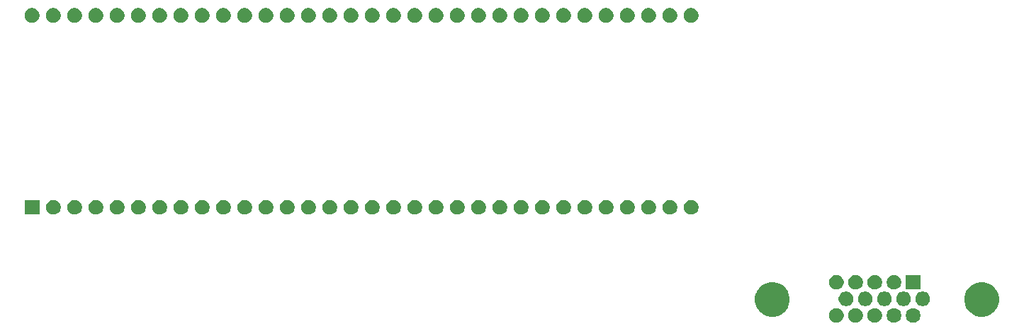
<source format=gbs>
G04 #@! TF.GenerationSoftware,KiCad,Pcbnew,(5.1.5-0-10_14)*
G04 #@! TF.CreationDate,2020-07-05T23:06:11-04:00*
G04 #@! TF.ProjectId,MacPlusVGA,4d616350-6c75-4735-9647-412e6b696361,rev?*
G04 #@! TF.SameCoordinates,Original*
G04 #@! TF.FileFunction,Soldermask,Bot*
G04 #@! TF.FilePolarity,Negative*
%FSLAX46Y46*%
G04 Gerber Fmt 4.6, Leading zero omitted, Abs format (unit mm)*
G04 Created by KiCad (PCBNEW (5.1.5-0-10_14)) date 2020-07-05 23:06:11*
%MOMM*%
%LPD*%
G04 APERTURE LIST*
%ADD10C,0.100000*%
G04 APERTURE END LIST*
D10*
G36*
X191725387Y-139188591D02*
G01*
X191870578Y-139217471D01*
X192030037Y-139283521D01*
X192173545Y-139379411D01*
X192295589Y-139501455D01*
X192391479Y-139644963D01*
X192457529Y-139804422D01*
X192491200Y-139973702D01*
X192491200Y-140146298D01*
X192457529Y-140315578D01*
X192391479Y-140475037D01*
X192295589Y-140618545D01*
X192173545Y-140740589D01*
X192030037Y-140836479D01*
X191870578Y-140902529D01*
X191725387Y-140931409D01*
X191701299Y-140936200D01*
X191528701Y-140936200D01*
X191504613Y-140931409D01*
X191359422Y-140902529D01*
X191199963Y-140836479D01*
X191056455Y-140740589D01*
X190934411Y-140618545D01*
X190838521Y-140475037D01*
X190772471Y-140315578D01*
X190738800Y-140146298D01*
X190738800Y-139973702D01*
X190772471Y-139804422D01*
X190838521Y-139644963D01*
X190934411Y-139501455D01*
X191056455Y-139379411D01*
X191199963Y-139283521D01*
X191359422Y-139217471D01*
X191504613Y-139188591D01*
X191528701Y-139183800D01*
X191701299Y-139183800D01*
X191725387Y-139188591D01*
G37*
G36*
X189435387Y-139188591D02*
G01*
X189580578Y-139217471D01*
X189740037Y-139283521D01*
X189883545Y-139379411D01*
X190005589Y-139501455D01*
X190101479Y-139644963D01*
X190167529Y-139804422D01*
X190201200Y-139973702D01*
X190201200Y-140146298D01*
X190167529Y-140315578D01*
X190101479Y-140475037D01*
X190005589Y-140618545D01*
X189883545Y-140740589D01*
X189740037Y-140836479D01*
X189580578Y-140902529D01*
X189435387Y-140931409D01*
X189411299Y-140936200D01*
X189238701Y-140936200D01*
X189214613Y-140931409D01*
X189069422Y-140902529D01*
X188909963Y-140836479D01*
X188766455Y-140740589D01*
X188644411Y-140618545D01*
X188548521Y-140475037D01*
X188482471Y-140315578D01*
X188448800Y-140146298D01*
X188448800Y-139973702D01*
X188482471Y-139804422D01*
X188548521Y-139644963D01*
X188644411Y-139501455D01*
X188766455Y-139379411D01*
X188909963Y-139283521D01*
X189069422Y-139217471D01*
X189214613Y-139188591D01*
X189238701Y-139183800D01*
X189411299Y-139183800D01*
X189435387Y-139188591D01*
G37*
G36*
X187145387Y-139188591D02*
G01*
X187290578Y-139217471D01*
X187450037Y-139283521D01*
X187593545Y-139379411D01*
X187715589Y-139501455D01*
X187811479Y-139644963D01*
X187877529Y-139804422D01*
X187911200Y-139973702D01*
X187911200Y-140146298D01*
X187877529Y-140315578D01*
X187811479Y-140475037D01*
X187715589Y-140618545D01*
X187593545Y-140740589D01*
X187450037Y-140836479D01*
X187290578Y-140902529D01*
X187145387Y-140931409D01*
X187121299Y-140936200D01*
X186948701Y-140936200D01*
X186924613Y-140931409D01*
X186779422Y-140902529D01*
X186619963Y-140836479D01*
X186476455Y-140740589D01*
X186354411Y-140618545D01*
X186258521Y-140475037D01*
X186192471Y-140315578D01*
X186158800Y-140146298D01*
X186158800Y-139973702D01*
X186192471Y-139804422D01*
X186258521Y-139644963D01*
X186354411Y-139501455D01*
X186476455Y-139379411D01*
X186619963Y-139283521D01*
X186779422Y-139217471D01*
X186924613Y-139188591D01*
X186948701Y-139183800D01*
X187121299Y-139183800D01*
X187145387Y-139188591D01*
G37*
G36*
X184855387Y-139188591D02*
G01*
X185000578Y-139217471D01*
X185160037Y-139283521D01*
X185303545Y-139379411D01*
X185425589Y-139501455D01*
X185521479Y-139644963D01*
X185587529Y-139804422D01*
X185621200Y-139973702D01*
X185621200Y-140146298D01*
X185587529Y-140315578D01*
X185521479Y-140475037D01*
X185425589Y-140618545D01*
X185303545Y-140740589D01*
X185160037Y-140836479D01*
X185000578Y-140902529D01*
X184855387Y-140931409D01*
X184831299Y-140936200D01*
X184658701Y-140936200D01*
X184634613Y-140931409D01*
X184489422Y-140902529D01*
X184329963Y-140836479D01*
X184186455Y-140740589D01*
X184064411Y-140618545D01*
X183968521Y-140475037D01*
X183902471Y-140315578D01*
X183868800Y-140146298D01*
X183868800Y-139973702D01*
X183902471Y-139804422D01*
X183968521Y-139644963D01*
X184064411Y-139501455D01*
X184186455Y-139379411D01*
X184329963Y-139283521D01*
X184489422Y-139217471D01*
X184634613Y-139188591D01*
X184658701Y-139183800D01*
X184831299Y-139183800D01*
X184855387Y-139188591D01*
G37*
G36*
X182565387Y-139188591D02*
G01*
X182710578Y-139217471D01*
X182870037Y-139283521D01*
X183013545Y-139379411D01*
X183135589Y-139501455D01*
X183231479Y-139644963D01*
X183297529Y-139804422D01*
X183331200Y-139973702D01*
X183331200Y-140146298D01*
X183297529Y-140315578D01*
X183231479Y-140475037D01*
X183135589Y-140618545D01*
X183013545Y-140740589D01*
X182870037Y-140836479D01*
X182710578Y-140902529D01*
X182565387Y-140931409D01*
X182541299Y-140936200D01*
X182368701Y-140936200D01*
X182344613Y-140931409D01*
X182199422Y-140902529D01*
X182039963Y-140836479D01*
X181896455Y-140740589D01*
X181774411Y-140618545D01*
X181678521Y-140475037D01*
X181612471Y-140315578D01*
X181578800Y-140146298D01*
X181578800Y-139973702D01*
X181612471Y-139804422D01*
X181678521Y-139644963D01*
X181774411Y-139501455D01*
X181896455Y-139379411D01*
X182039963Y-139283521D01*
X182199422Y-139217471D01*
X182344613Y-139188591D01*
X182368701Y-139183800D01*
X182541299Y-139183800D01*
X182565387Y-139188591D01*
G37*
G36*
X200405603Y-136153586D02*
G01*
X200405606Y-136153587D01*
X200405605Y-136153587D01*
X200783450Y-136310095D01*
X201123500Y-136537310D01*
X201412690Y-136826500D01*
X201639905Y-137166550D01*
X201696640Y-137303521D01*
X201796414Y-137544397D01*
X201876200Y-137945511D01*
X201876200Y-138354489D01*
X201796414Y-138755603D01*
X201796413Y-138755605D01*
X201639905Y-139133450D01*
X201412690Y-139473500D01*
X201123500Y-139762690D01*
X200783450Y-139989905D01*
X200470432Y-140119561D01*
X200405603Y-140146414D01*
X200004489Y-140226200D01*
X199595511Y-140226200D01*
X199194397Y-140146414D01*
X199129568Y-140119561D01*
X198816550Y-139989905D01*
X198476500Y-139762690D01*
X198187310Y-139473500D01*
X197960095Y-139133450D01*
X197803587Y-138755605D01*
X197803586Y-138755603D01*
X197723800Y-138354489D01*
X197723800Y-137945511D01*
X197803586Y-137544397D01*
X197903360Y-137303521D01*
X197960095Y-137166550D01*
X198187310Y-136826500D01*
X198476500Y-136537310D01*
X198816550Y-136310095D01*
X199194395Y-136153587D01*
X199194394Y-136153587D01*
X199194397Y-136153586D01*
X199595511Y-136073800D01*
X200004489Y-136073800D01*
X200405603Y-136153586D01*
G37*
G36*
X175405603Y-136153586D02*
G01*
X175405606Y-136153587D01*
X175405605Y-136153587D01*
X175783450Y-136310095D01*
X176123500Y-136537310D01*
X176412690Y-136826500D01*
X176639905Y-137166550D01*
X176696640Y-137303521D01*
X176796414Y-137544397D01*
X176876200Y-137945511D01*
X176876200Y-138354489D01*
X176796414Y-138755603D01*
X176796413Y-138755605D01*
X176639905Y-139133450D01*
X176412690Y-139473500D01*
X176123500Y-139762690D01*
X175783450Y-139989905D01*
X175470432Y-140119561D01*
X175405603Y-140146414D01*
X175004489Y-140226200D01*
X174595511Y-140226200D01*
X174194397Y-140146414D01*
X174129568Y-140119561D01*
X173816550Y-139989905D01*
X173476500Y-139762690D01*
X173187310Y-139473500D01*
X172960095Y-139133450D01*
X172803587Y-138755605D01*
X172803586Y-138755603D01*
X172723800Y-138354489D01*
X172723800Y-137945511D01*
X172803586Y-137544397D01*
X172903360Y-137303521D01*
X172960095Y-137166550D01*
X173187310Y-136826500D01*
X173476500Y-136537310D01*
X173816550Y-136310095D01*
X174194395Y-136153587D01*
X174194394Y-136153587D01*
X174194397Y-136153586D01*
X174595511Y-136073800D01*
X175004489Y-136073800D01*
X175405603Y-136153586D01*
G37*
G36*
X192870387Y-137208591D02*
G01*
X193015578Y-137237471D01*
X193175037Y-137303521D01*
X193318545Y-137399411D01*
X193440589Y-137521455D01*
X193536479Y-137664963D01*
X193602529Y-137824422D01*
X193636200Y-137993702D01*
X193636200Y-138166298D01*
X193602529Y-138335578D01*
X193536479Y-138495037D01*
X193440589Y-138638545D01*
X193318545Y-138760589D01*
X193175037Y-138856479D01*
X193015578Y-138922529D01*
X192870387Y-138951409D01*
X192846299Y-138956200D01*
X192673701Y-138956200D01*
X192649613Y-138951409D01*
X192504422Y-138922529D01*
X192344963Y-138856479D01*
X192201455Y-138760589D01*
X192079411Y-138638545D01*
X191983521Y-138495037D01*
X191917471Y-138335578D01*
X191883800Y-138166298D01*
X191883800Y-137993702D01*
X191917471Y-137824422D01*
X191983521Y-137664963D01*
X192079411Y-137521455D01*
X192201455Y-137399411D01*
X192344963Y-137303521D01*
X192504422Y-137237471D01*
X192649613Y-137208591D01*
X192673701Y-137203800D01*
X192846299Y-137203800D01*
X192870387Y-137208591D01*
G37*
G36*
X190580387Y-137208591D02*
G01*
X190725578Y-137237471D01*
X190885037Y-137303521D01*
X191028545Y-137399411D01*
X191150589Y-137521455D01*
X191246479Y-137664963D01*
X191312529Y-137824422D01*
X191346200Y-137993702D01*
X191346200Y-138166298D01*
X191312529Y-138335578D01*
X191246479Y-138495037D01*
X191150589Y-138638545D01*
X191028545Y-138760589D01*
X190885037Y-138856479D01*
X190725578Y-138922529D01*
X190580387Y-138951409D01*
X190556299Y-138956200D01*
X190383701Y-138956200D01*
X190359613Y-138951409D01*
X190214422Y-138922529D01*
X190054963Y-138856479D01*
X189911455Y-138760589D01*
X189789411Y-138638545D01*
X189693521Y-138495037D01*
X189627471Y-138335578D01*
X189593800Y-138166298D01*
X189593800Y-137993702D01*
X189627471Y-137824422D01*
X189693521Y-137664963D01*
X189789411Y-137521455D01*
X189911455Y-137399411D01*
X190054963Y-137303521D01*
X190214422Y-137237471D01*
X190359613Y-137208591D01*
X190383701Y-137203800D01*
X190556299Y-137203800D01*
X190580387Y-137208591D01*
G37*
G36*
X188290387Y-137208591D02*
G01*
X188435578Y-137237471D01*
X188595037Y-137303521D01*
X188738545Y-137399411D01*
X188860589Y-137521455D01*
X188956479Y-137664963D01*
X189022529Y-137824422D01*
X189056200Y-137993702D01*
X189056200Y-138166298D01*
X189022529Y-138335578D01*
X188956479Y-138495037D01*
X188860589Y-138638545D01*
X188738545Y-138760589D01*
X188595037Y-138856479D01*
X188435578Y-138922529D01*
X188290387Y-138951409D01*
X188266299Y-138956200D01*
X188093701Y-138956200D01*
X188069613Y-138951409D01*
X187924422Y-138922529D01*
X187764963Y-138856479D01*
X187621455Y-138760589D01*
X187499411Y-138638545D01*
X187403521Y-138495037D01*
X187337471Y-138335578D01*
X187303800Y-138166298D01*
X187303800Y-137993702D01*
X187337471Y-137824422D01*
X187403521Y-137664963D01*
X187499411Y-137521455D01*
X187621455Y-137399411D01*
X187764963Y-137303521D01*
X187924422Y-137237471D01*
X188069613Y-137208591D01*
X188093701Y-137203800D01*
X188266299Y-137203800D01*
X188290387Y-137208591D01*
G37*
G36*
X186000387Y-137208591D02*
G01*
X186145578Y-137237471D01*
X186305037Y-137303521D01*
X186448545Y-137399411D01*
X186570589Y-137521455D01*
X186666479Y-137664963D01*
X186732529Y-137824422D01*
X186766200Y-137993702D01*
X186766200Y-138166298D01*
X186732529Y-138335578D01*
X186666479Y-138495037D01*
X186570589Y-138638545D01*
X186448545Y-138760589D01*
X186305037Y-138856479D01*
X186145578Y-138922529D01*
X186000387Y-138951409D01*
X185976299Y-138956200D01*
X185803701Y-138956200D01*
X185779613Y-138951409D01*
X185634422Y-138922529D01*
X185474963Y-138856479D01*
X185331455Y-138760589D01*
X185209411Y-138638545D01*
X185113521Y-138495037D01*
X185047471Y-138335578D01*
X185013800Y-138166298D01*
X185013800Y-137993702D01*
X185047471Y-137824422D01*
X185113521Y-137664963D01*
X185209411Y-137521455D01*
X185331455Y-137399411D01*
X185474963Y-137303521D01*
X185634422Y-137237471D01*
X185779613Y-137208591D01*
X185803701Y-137203800D01*
X185976299Y-137203800D01*
X186000387Y-137208591D01*
G37*
G36*
X183710387Y-137208591D02*
G01*
X183855578Y-137237471D01*
X184015037Y-137303521D01*
X184158545Y-137399411D01*
X184280589Y-137521455D01*
X184376479Y-137664963D01*
X184442529Y-137824422D01*
X184476200Y-137993702D01*
X184476200Y-138166298D01*
X184442529Y-138335578D01*
X184376479Y-138495037D01*
X184280589Y-138638545D01*
X184158545Y-138760589D01*
X184015037Y-138856479D01*
X183855578Y-138922529D01*
X183710387Y-138951409D01*
X183686299Y-138956200D01*
X183513701Y-138956200D01*
X183489613Y-138951409D01*
X183344422Y-138922529D01*
X183184963Y-138856479D01*
X183041455Y-138760589D01*
X182919411Y-138638545D01*
X182823521Y-138495037D01*
X182757471Y-138335578D01*
X182723800Y-138166298D01*
X182723800Y-137993702D01*
X182757471Y-137824422D01*
X182823521Y-137664963D01*
X182919411Y-137521455D01*
X183041455Y-137399411D01*
X183184963Y-137303521D01*
X183344422Y-137237471D01*
X183489613Y-137208591D01*
X183513701Y-137203800D01*
X183686299Y-137203800D01*
X183710387Y-137208591D01*
G37*
G36*
X192491200Y-136976200D02*
G01*
X190738800Y-136976200D01*
X190738800Y-135223800D01*
X192491200Y-135223800D01*
X192491200Y-136976200D01*
G37*
G36*
X182565387Y-135228591D02*
G01*
X182710578Y-135257471D01*
X182870037Y-135323521D01*
X183013545Y-135419411D01*
X183135589Y-135541455D01*
X183231479Y-135684963D01*
X183297529Y-135844422D01*
X183331200Y-136013702D01*
X183331200Y-136186298D01*
X183297529Y-136355578D01*
X183231479Y-136515037D01*
X183135589Y-136658545D01*
X183013545Y-136780589D01*
X182870037Y-136876479D01*
X182710578Y-136942529D01*
X182565387Y-136971409D01*
X182541299Y-136976200D01*
X182368701Y-136976200D01*
X182344613Y-136971409D01*
X182199422Y-136942529D01*
X182039963Y-136876479D01*
X181896455Y-136780589D01*
X181774411Y-136658545D01*
X181678521Y-136515037D01*
X181612471Y-136355578D01*
X181578800Y-136186298D01*
X181578800Y-136013702D01*
X181612471Y-135844422D01*
X181678521Y-135684963D01*
X181774411Y-135541455D01*
X181896455Y-135419411D01*
X182039963Y-135323521D01*
X182199422Y-135257471D01*
X182344613Y-135228591D01*
X182368701Y-135223800D01*
X182541299Y-135223800D01*
X182565387Y-135228591D01*
G37*
G36*
X184855387Y-135228591D02*
G01*
X185000578Y-135257471D01*
X185160037Y-135323521D01*
X185303545Y-135419411D01*
X185425589Y-135541455D01*
X185521479Y-135684963D01*
X185587529Y-135844422D01*
X185621200Y-136013702D01*
X185621200Y-136186298D01*
X185587529Y-136355578D01*
X185521479Y-136515037D01*
X185425589Y-136658545D01*
X185303545Y-136780589D01*
X185160037Y-136876479D01*
X185000578Y-136942529D01*
X184855387Y-136971409D01*
X184831299Y-136976200D01*
X184658701Y-136976200D01*
X184634613Y-136971409D01*
X184489422Y-136942529D01*
X184329963Y-136876479D01*
X184186455Y-136780589D01*
X184064411Y-136658545D01*
X183968521Y-136515037D01*
X183902471Y-136355578D01*
X183868800Y-136186298D01*
X183868800Y-136013702D01*
X183902471Y-135844422D01*
X183968521Y-135684963D01*
X184064411Y-135541455D01*
X184186455Y-135419411D01*
X184329963Y-135323521D01*
X184489422Y-135257471D01*
X184634613Y-135228591D01*
X184658701Y-135223800D01*
X184831299Y-135223800D01*
X184855387Y-135228591D01*
G37*
G36*
X187145387Y-135228591D02*
G01*
X187290578Y-135257471D01*
X187450037Y-135323521D01*
X187593545Y-135419411D01*
X187715589Y-135541455D01*
X187811479Y-135684963D01*
X187877529Y-135844422D01*
X187911200Y-136013702D01*
X187911200Y-136186298D01*
X187877529Y-136355578D01*
X187811479Y-136515037D01*
X187715589Y-136658545D01*
X187593545Y-136780589D01*
X187450037Y-136876479D01*
X187290578Y-136942529D01*
X187145387Y-136971409D01*
X187121299Y-136976200D01*
X186948701Y-136976200D01*
X186924613Y-136971409D01*
X186779422Y-136942529D01*
X186619963Y-136876479D01*
X186476455Y-136780589D01*
X186354411Y-136658545D01*
X186258521Y-136515037D01*
X186192471Y-136355578D01*
X186158800Y-136186298D01*
X186158800Y-136013702D01*
X186192471Y-135844422D01*
X186258521Y-135684963D01*
X186354411Y-135541455D01*
X186476455Y-135419411D01*
X186619963Y-135323521D01*
X186779422Y-135257471D01*
X186924613Y-135228591D01*
X186948701Y-135223800D01*
X187121299Y-135223800D01*
X187145387Y-135228591D01*
G37*
G36*
X189435387Y-135228591D02*
G01*
X189580578Y-135257471D01*
X189740037Y-135323521D01*
X189883545Y-135419411D01*
X190005589Y-135541455D01*
X190101479Y-135684963D01*
X190167529Y-135844422D01*
X190201200Y-136013702D01*
X190201200Y-136186298D01*
X190167529Y-136355578D01*
X190101479Y-136515037D01*
X190005589Y-136658545D01*
X189883545Y-136780589D01*
X189740037Y-136876479D01*
X189580578Y-136942529D01*
X189435387Y-136971409D01*
X189411299Y-136976200D01*
X189238701Y-136976200D01*
X189214613Y-136971409D01*
X189069422Y-136942529D01*
X188909963Y-136876479D01*
X188766455Y-136780589D01*
X188644411Y-136658545D01*
X188548521Y-136515037D01*
X188482471Y-136355578D01*
X188448800Y-136186298D01*
X188448800Y-136013702D01*
X188482471Y-135844422D01*
X188548521Y-135684963D01*
X188644411Y-135541455D01*
X188766455Y-135419411D01*
X188909963Y-135323521D01*
X189069422Y-135257471D01*
X189214613Y-135228591D01*
X189238701Y-135223800D01*
X189411299Y-135223800D01*
X189435387Y-135228591D01*
G37*
G36*
X122030387Y-126255591D02*
G01*
X122175578Y-126284471D01*
X122335037Y-126350521D01*
X122478545Y-126446411D01*
X122600589Y-126568455D01*
X122696479Y-126711963D01*
X122762529Y-126871422D01*
X122796200Y-127040702D01*
X122796200Y-127213298D01*
X122762529Y-127382578D01*
X122696479Y-127542037D01*
X122600589Y-127685545D01*
X122478545Y-127807589D01*
X122335037Y-127903479D01*
X122175578Y-127969529D01*
X122030387Y-127998409D01*
X122006299Y-128003200D01*
X121833701Y-128003200D01*
X121809613Y-127998409D01*
X121664422Y-127969529D01*
X121504963Y-127903479D01*
X121361455Y-127807589D01*
X121239411Y-127685545D01*
X121143521Y-127542037D01*
X121077471Y-127382578D01*
X121043800Y-127213298D01*
X121043800Y-127040702D01*
X121077471Y-126871422D01*
X121143521Y-126711963D01*
X121239411Y-126568455D01*
X121361455Y-126446411D01*
X121504963Y-126350521D01*
X121664422Y-126284471D01*
X121809613Y-126255591D01*
X121833701Y-126250800D01*
X122006299Y-126250800D01*
X122030387Y-126255591D01*
G37*
G36*
X119490387Y-126255591D02*
G01*
X119635578Y-126284471D01*
X119795037Y-126350521D01*
X119938545Y-126446411D01*
X120060589Y-126568455D01*
X120156479Y-126711963D01*
X120222529Y-126871422D01*
X120256200Y-127040702D01*
X120256200Y-127213298D01*
X120222529Y-127382578D01*
X120156479Y-127542037D01*
X120060589Y-127685545D01*
X119938545Y-127807589D01*
X119795037Y-127903479D01*
X119635578Y-127969529D01*
X119490387Y-127998409D01*
X119466299Y-128003200D01*
X119293701Y-128003200D01*
X119269613Y-127998409D01*
X119124422Y-127969529D01*
X118964963Y-127903479D01*
X118821455Y-127807589D01*
X118699411Y-127685545D01*
X118603521Y-127542037D01*
X118537471Y-127382578D01*
X118503800Y-127213298D01*
X118503800Y-127040702D01*
X118537471Y-126871422D01*
X118603521Y-126711963D01*
X118699411Y-126568455D01*
X118821455Y-126446411D01*
X118964963Y-126350521D01*
X119124422Y-126284471D01*
X119269613Y-126255591D01*
X119293701Y-126250800D01*
X119466299Y-126250800D01*
X119490387Y-126255591D01*
G37*
G36*
X116950387Y-126255591D02*
G01*
X117095578Y-126284471D01*
X117255037Y-126350521D01*
X117398545Y-126446411D01*
X117520589Y-126568455D01*
X117616479Y-126711963D01*
X117682529Y-126871422D01*
X117716200Y-127040702D01*
X117716200Y-127213298D01*
X117682529Y-127382578D01*
X117616479Y-127542037D01*
X117520589Y-127685545D01*
X117398545Y-127807589D01*
X117255037Y-127903479D01*
X117095578Y-127969529D01*
X116950387Y-127998409D01*
X116926299Y-128003200D01*
X116753701Y-128003200D01*
X116729613Y-127998409D01*
X116584422Y-127969529D01*
X116424963Y-127903479D01*
X116281455Y-127807589D01*
X116159411Y-127685545D01*
X116063521Y-127542037D01*
X115997471Y-127382578D01*
X115963800Y-127213298D01*
X115963800Y-127040702D01*
X115997471Y-126871422D01*
X116063521Y-126711963D01*
X116159411Y-126568455D01*
X116281455Y-126446411D01*
X116424963Y-126350521D01*
X116584422Y-126284471D01*
X116729613Y-126255591D01*
X116753701Y-126250800D01*
X116926299Y-126250800D01*
X116950387Y-126255591D01*
G37*
G36*
X114410387Y-126255591D02*
G01*
X114555578Y-126284471D01*
X114715037Y-126350521D01*
X114858545Y-126446411D01*
X114980589Y-126568455D01*
X115076479Y-126711963D01*
X115142529Y-126871422D01*
X115176200Y-127040702D01*
X115176200Y-127213298D01*
X115142529Y-127382578D01*
X115076479Y-127542037D01*
X114980589Y-127685545D01*
X114858545Y-127807589D01*
X114715037Y-127903479D01*
X114555578Y-127969529D01*
X114410387Y-127998409D01*
X114386299Y-128003200D01*
X114213701Y-128003200D01*
X114189613Y-127998409D01*
X114044422Y-127969529D01*
X113884963Y-127903479D01*
X113741455Y-127807589D01*
X113619411Y-127685545D01*
X113523521Y-127542037D01*
X113457471Y-127382578D01*
X113423800Y-127213298D01*
X113423800Y-127040702D01*
X113457471Y-126871422D01*
X113523521Y-126711963D01*
X113619411Y-126568455D01*
X113741455Y-126446411D01*
X113884963Y-126350521D01*
X114044422Y-126284471D01*
X114189613Y-126255591D01*
X114213701Y-126250800D01*
X114386299Y-126250800D01*
X114410387Y-126255591D01*
G37*
G36*
X111870387Y-126255591D02*
G01*
X112015578Y-126284471D01*
X112175037Y-126350521D01*
X112318545Y-126446411D01*
X112440589Y-126568455D01*
X112536479Y-126711963D01*
X112602529Y-126871422D01*
X112636200Y-127040702D01*
X112636200Y-127213298D01*
X112602529Y-127382578D01*
X112536479Y-127542037D01*
X112440589Y-127685545D01*
X112318545Y-127807589D01*
X112175037Y-127903479D01*
X112015578Y-127969529D01*
X111870387Y-127998409D01*
X111846299Y-128003200D01*
X111673701Y-128003200D01*
X111649613Y-127998409D01*
X111504422Y-127969529D01*
X111344963Y-127903479D01*
X111201455Y-127807589D01*
X111079411Y-127685545D01*
X110983521Y-127542037D01*
X110917471Y-127382578D01*
X110883800Y-127213298D01*
X110883800Y-127040702D01*
X110917471Y-126871422D01*
X110983521Y-126711963D01*
X111079411Y-126568455D01*
X111201455Y-126446411D01*
X111344963Y-126350521D01*
X111504422Y-126284471D01*
X111649613Y-126255591D01*
X111673701Y-126250800D01*
X111846299Y-126250800D01*
X111870387Y-126255591D01*
G37*
G36*
X109330387Y-126255591D02*
G01*
X109475578Y-126284471D01*
X109635037Y-126350521D01*
X109778545Y-126446411D01*
X109900589Y-126568455D01*
X109996479Y-126711963D01*
X110062529Y-126871422D01*
X110096200Y-127040702D01*
X110096200Y-127213298D01*
X110062529Y-127382578D01*
X109996479Y-127542037D01*
X109900589Y-127685545D01*
X109778545Y-127807589D01*
X109635037Y-127903479D01*
X109475578Y-127969529D01*
X109330387Y-127998409D01*
X109306299Y-128003200D01*
X109133701Y-128003200D01*
X109109613Y-127998409D01*
X108964422Y-127969529D01*
X108804963Y-127903479D01*
X108661455Y-127807589D01*
X108539411Y-127685545D01*
X108443521Y-127542037D01*
X108377471Y-127382578D01*
X108343800Y-127213298D01*
X108343800Y-127040702D01*
X108377471Y-126871422D01*
X108443521Y-126711963D01*
X108539411Y-126568455D01*
X108661455Y-126446411D01*
X108804963Y-126350521D01*
X108964422Y-126284471D01*
X109109613Y-126255591D01*
X109133701Y-126250800D01*
X109306299Y-126250800D01*
X109330387Y-126255591D01*
G37*
G36*
X106790387Y-126255591D02*
G01*
X106935578Y-126284471D01*
X107095037Y-126350521D01*
X107238545Y-126446411D01*
X107360589Y-126568455D01*
X107456479Y-126711963D01*
X107522529Y-126871422D01*
X107556200Y-127040702D01*
X107556200Y-127213298D01*
X107522529Y-127382578D01*
X107456479Y-127542037D01*
X107360589Y-127685545D01*
X107238545Y-127807589D01*
X107095037Y-127903479D01*
X106935578Y-127969529D01*
X106790387Y-127998409D01*
X106766299Y-128003200D01*
X106593701Y-128003200D01*
X106569613Y-127998409D01*
X106424422Y-127969529D01*
X106264963Y-127903479D01*
X106121455Y-127807589D01*
X105999411Y-127685545D01*
X105903521Y-127542037D01*
X105837471Y-127382578D01*
X105803800Y-127213298D01*
X105803800Y-127040702D01*
X105837471Y-126871422D01*
X105903521Y-126711963D01*
X105999411Y-126568455D01*
X106121455Y-126446411D01*
X106264963Y-126350521D01*
X106424422Y-126284471D01*
X106569613Y-126255591D01*
X106593701Y-126250800D01*
X106766299Y-126250800D01*
X106790387Y-126255591D01*
G37*
G36*
X104250387Y-126255591D02*
G01*
X104395578Y-126284471D01*
X104555037Y-126350521D01*
X104698545Y-126446411D01*
X104820589Y-126568455D01*
X104916479Y-126711963D01*
X104982529Y-126871422D01*
X105016200Y-127040702D01*
X105016200Y-127213298D01*
X104982529Y-127382578D01*
X104916479Y-127542037D01*
X104820589Y-127685545D01*
X104698545Y-127807589D01*
X104555037Y-127903479D01*
X104395578Y-127969529D01*
X104250387Y-127998409D01*
X104226299Y-128003200D01*
X104053701Y-128003200D01*
X104029613Y-127998409D01*
X103884422Y-127969529D01*
X103724963Y-127903479D01*
X103581455Y-127807589D01*
X103459411Y-127685545D01*
X103363521Y-127542037D01*
X103297471Y-127382578D01*
X103263800Y-127213298D01*
X103263800Y-127040702D01*
X103297471Y-126871422D01*
X103363521Y-126711963D01*
X103459411Y-126568455D01*
X103581455Y-126446411D01*
X103724963Y-126350521D01*
X103884422Y-126284471D01*
X104029613Y-126255591D01*
X104053701Y-126250800D01*
X104226299Y-126250800D01*
X104250387Y-126255591D01*
G37*
G36*
X101710387Y-126255591D02*
G01*
X101855578Y-126284471D01*
X102015037Y-126350521D01*
X102158545Y-126446411D01*
X102280589Y-126568455D01*
X102376479Y-126711963D01*
X102442529Y-126871422D01*
X102476200Y-127040702D01*
X102476200Y-127213298D01*
X102442529Y-127382578D01*
X102376479Y-127542037D01*
X102280589Y-127685545D01*
X102158545Y-127807589D01*
X102015037Y-127903479D01*
X101855578Y-127969529D01*
X101710387Y-127998409D01*
X101686299Y-128003200D01*
X101513701Y-128003200D01*
X101489613Y-127998409D01*
X101344422Y-127969529D01*
X101184963Y-127903479D01*
X101041455Y-127807589D01*
X100919411Y-127685545D01*
X100823521Y-127542037D01*
X100757471Y-127382578D01*
X100723800Y-127213298D01*
X100723800Y-127040702D01*
X100757471Y-126871422D01*
X100823521Y-126711963D01*
X100919411Y-126568455D01*
X101041455Y-126446411D01*
X101184963Y-126350521D01*
X101344422Y-126284471D01*
X101489613Y-126255591D01*
X101513701Y-126250800D01*
X101686299Y-126250800D01*
X101710387Y-126255591D01*
G37*
G36*
X99170387Y-126255591D02*
G01*
X99315578Y-126284471D01*
X99475037Y-126350521D01*
X99618545Y-126446411D01*
X99740589Y-126568455D01*
X99836479Y-126711963D01*
X99902529Y-126871422D01*
X99936200Y-127040702D01*
X99936200Y-127213298D01*
X99902529Y-127382578D01*
X99836479Y-127542037D01*
X99740589Y-127685545D01*
X99618545Y-127807589D01*
X99475037Y-127903479D01*
X99315578Y-127969529D01*
X99170387Y-127998409D01*
X99146299Y-128003200D01*
X98973701Y-128003200D01*
X98949613Y-127998409D01*
X98804422Y-127969529D01*
X98644963Y-127903479D01*
X98501455Y-127807589D01*
X98379411Y-127685545D01*
X98283521Y-127542037D01*
X98217471Y-127382578D01*
X98183800Y-127213298D01*
X98183800Y-127040702D01*
X98217471Y-126871422D01*
X98283521Y-126711963D01*
X98379411Y-126568455D01*
X98501455Y-126446411D01*
X98644963Y-126350521D01*
X98804422Y-126284471D01*
X98949613Y-126255591D01*
X98973701Y-126250800D01*
X99146299Y-126250800D01*
X99170387Y-126255591D01*
G37*
G36*
X96630387Y-126255591D02*
G01*
X96775578Y-126284471D01*
X96935037Y-126350521D01*
X97078545Y-126446411D01*
X97200589Y-126568455D01*
X97296479Y-126711963D01*
X97362529Y-126871422D01*
X97396200Y-127040702D01*
X97396200Y-127213298D01*
X97362529Y-127382578D01*
X97296479Y-127542037D01*
X97200589Y-127685545D01*
X97078545Y-127807589D01*
X96935037Y-127903479D01*
X96775578Y-127969529D01*
X96630387Y-127998409D01*
X96606299Y-128003200D01*
X96433701Y-128003200D01*
X96409613Y-127998409D01*
X96264422Y-127969529D01*
X96104963Y-127903479D01*
X95961455Y-127807589D01*
X95839411Y-127685545D01*
X95743521Y-127542037D01*
X95677471Y-127382578D01*
X95643800Y-127213298D01*
X95643800Y-127040702D01*
X95677471Y-126871422D01*
X95743521Y-126711963D01*
X95839411Y-126568455D01*
X95961455Y-126446411D01*
X96104963Y-126350521D01*
X96264422Y-126284471D01*
X96409613Y-126255591D01*
X96433701Y-126250800D01*
X96606299Y-126250800D01*
X96630387Y-126255591D01*
G37*
G36*
X94090387Y-126255591D02*
G01*
X94235578Y-126284471D01*
X94395037Y-126350521D01*
X94538545Y-126446411D01*
X94660589Y-126568455D01*
X94756479Y-126711963D01*
X94822529Y-126871422D01*
X94856200Y-127040702D01*
X94856200Y-127213298D01*
X94822529Y-127382578D01*
X94756479Y-127542037D01*
X94660589Y-127685545D01*
X94538545Y-127807589D01*
X94395037Y-127903479D01*
X94235578Y-127969529D01*
X94090387Y-127998409D01*
X94066299Y-128003200D01*
X93893701Y-128003200D01*
X93869613Y-127998409D01*
X93724422Y-127969529D01*
X93564963Y-127903479D01*
X93421455Y-127807589D01*
X93299411Y-127685545D01*
X93203521Y-127542037D01*
X93137471Y-127382578D01*
X93103800Y-127213298D01*
X93103800Y-127040702D01*
X93137471Y-126871422D01*
X93203521Y-126711963D01*
X93299411Y-126568455D01*
X93421455Y-126446411D01*
X93564963Y-126350521D01*
X93724422Y-126284471D01*
X93869613Y-126255591D01*
X93893701Y-126250800D01*
X94066299Y-126250800D01*
X94090387Y-126255591D01*
G37*
G36*
X91550387Y-126255591D02*
G01*
X91695578Y-126284471D01*
X91855037Y-126350521D01*
X91998545Y-126446411D01*
X92120589Y-126568455D01*
X92216479Y-126711963D01*
X92282529Y-126871422D01*
X92316200Y-127040702D01*
X92316200Y-127213298D01*
X92282529Y-127382578D01*
X92216479Y-127542037D01*
X92120589Y-127685545D01*
X91998545Y-127807589D01*
X91855037Y-127903479D01*
X91695578Y-127969529D01*
X91550387Y-127998409D01*
X91526299Y-128003200D01*
X91353701Y-128003200D01*
X91329613Y-127998409D01*
X91184422Y-127969529D01*
X91024963Y-127903479D01*
X90881455Y-127807589D01*
X90759411Y-127685545D01*
X90663521Y-127542037D01*
X90597471Y-127382578D01*
X90563800Y-127213298D01*
X90563800Y-127040702D01*
X90597471Y-126871422D01*
X90663521Y-126711963D01*
X90759411Y-126568455D01*
X90881455Y-126446411D01*
X91024963Y-126350521D01*
X91184422Y-126284471D01*
X91329613Y-126255591D01*
X91353701Y-126250800D01*
X91526299Y-126250800D01*
X91550387Y-126255591D01*
G37*
G36*
X89010387Y-126255591D02*
G01*
X89155578Y-126284471D01*
X89315037Y-126350521D01*
X89458545Y-126446411D01*
X89580589Y-126568455D01*
X89676479Y-126711963D01*
X89742529Y-126871422D01*
X89776200Y-127040702D01*
X89776200Y-127213298D01*
X89742529Y-127382578D01*
X89676479Y-127542037D01*
X89580589Y-127685545D01*
X89458545Y-127807589D01*
X89315037Y-127903479D01*
X89155578Y-127969529D01*
X89010387Y-127998409D01*
X88986299Y-128003200D01*
X88813701Y-128003200D01*
X88789613Y-127998409D01*
X88644422Y-127969529D01*
X88484963Y-127903479D01*
X88341455Y-127807589D01*
X88219411Y-127685545D01*
X88123521Y-127542037D01*
X88057471Y-127382578D01*
X88023800Y-127213298D01*
X88023800Y-127040702D01*
X88057471Y-126871422D01*
X88123521Y-126711963D01*
X88219411Y-126568455D01*
X88341455Y-126446411D01*
X88484963Y-126350521D01*
X88644422Y-126284471D01*
X88789613Y-126255591D01*
X88813701Y-126250800D01*
X88986299Y-126250800D01*
X89010387Y-126255591D01*
G37*
G36*
X87236200Y-128003200D02*
G01*
X85483800Y-128003200D01*
X85483800Y-126250800D01*
X87236200Y-126250800D01*
X87236200Y-128003200D01*
G37*
G36*
X124570387Y-126255591D02*
G01*
X124715578Y-126284471D01*
X124875037Y-126350521D01*
X125018545Y-126446411D01*
X125140589Y-126568455D01*
X125236479Y-126711963D01*
X125302529Y-126871422D01*
X125336200Y-127040702D01*
X125336200Y-127213298D01*
X125302529Y-127382578D01*
X125236479Y-127542037D01*
X125140589Y-127685545D01*
X125018545Y-127807589D01*
X124875037Y-127903479D01*
X124715578Y-127969529D01*
X124570387Y-127998409D01*
X124546299Y-128003200D01*
X124373701Y-128003200D01*
X124349613Y-127998409D01*
X124204422Y-127969529D01*
X124044963Y-127903479D01*
X123901455Y-127807589D01*
X123779411Y-127685545D01*
X123683521Y-127542037D01*
X123617471Y-127382578D01*
X123583800Y-127213298D01*
X123583800Y-127040702D01*
X123617471Y-126871422D01*
X123683521Y-126711963D01*
X123779411Y-126568455D01*
X123901455Y-126446411D01*
X124044963Y-126350521D01*
X124204422Y-126284471D01*
X124349613Y-126255591D01*
X124373701Y-126250800D01*
X124546299Y-126250800D01*
X124570387Y-126255591D01*
G37*
G36*
X127110387Y-126255591D02*
G01*
X127255578Y-126284471D01*
X127415037Y-126350521D01*
X127558545Y-126446411D01*
X127680589Y-126568455D01*
X127776479Y-126711963D01*
X127842529Y-126871422D01*
X127876200Y-127040702D01*
X127876200Y-127213298D01*
X127842529Y-127382578D01*
X127776479Y-127542037D01*
X127680589Y-127685545D01*
X127558545Y-127807589D01*
X127415037Y-127903479D01*
X127255578Y-127969529D01*
X127110387Y-127998409D01*
X127086299Y-128003200D01*
X126913701Y-128003200D01*
X126889613Y-127998409D01*
X126744422Y-127969529D01*
X126584963Y-127903479D01*
X126441455Y-127807589D01*
X126319411Y-127685545D01*
X126223521Y-127542037D01*
X126157471Y-127382578D01*
X126123800Y-127213298D01*
X126123800Y-127040702D01*
X126157471Y-126871422D01*
X126223521Y-126711963D01*
X126319411Y-126568455D01*
X126441455Y-126446411D01*
X126584963Y-126350521D01*
X126744422Y-126284471D01*
X126889613Y-126255591D01*
X126913701Y-126250800D01*
X127086299Y-126250800D01*
X127110387Y-126255591D01*
G37*
G36*
X129650387Y-126255591D02*
G01*
X129795578Y-126284471D01*
X129955037Y-126350521D01*
X130098545Y-126446411D01*
X130220589Y-126568455D01*
X130316479Y-126711963D01*
X130382529Y-126871422D01*
X130416200Y-127040702D01*
X130416200Y-127213298D01*
X130382529Y-127382578D01*
X130316479Y-127542037D01*
X130220589Y-127685545D01*
X130098545Y-127807589D01*
X129955037Y-127903479D01*
X129795578Y-127969529D01*
X129650387Y-127998409D01*
X129626299Y-128003200D01*
X129453701Y-128003200D01*
X129429613Y-127998409D01*
X129284422Y-127969529D01*
X129124963Y-127903479D01*
X128981455Y-127807589D01*
X128859411Y-127685545D01*
X128763521Y-127542037D01*
X128697471Y-127382578D01*
X128663800Y-127213298D01*
X128663800Y-127040702D01*
X128697471Y-126871422D01*
X128763521Y-126711963D01*
X128859411Y-126568455D01*
X128981455Y-126446411D01*
X129124963Y-126350521D01*
X129284422Y-126284471D01*
X129429613Y-126255591D01*
X129453701Y-126250800D01*
X129626299Y-126250800D01*
X129650387Y-126255591D01*
G37*
G36*
X132190387Y-126255591D02*
G01*
X132335578Y-126284471D01*
X132495037Y-126350521D01*
X132638545Y-126446411D01*
X132760589Y-126568455D01*
X132856479Y-126711963D01*
X132922529Y-126871422D01*
X132956200Y-127040702D01*
X132956200Y-127213298D01*
X132922529Y-127382578D01*
X132856479Y-127542037D01*
X132760589Y-127685545D01*
X132638545Y-127807589D01*
X132495037Y-127903479D01*
X132335578Y-127969529D01*
X132190387Y-127998409D01*
X132166299Y-128003200D01*
X131993701Y-128003200D01*
X131969613Y-127998409D01*
X131824422Y-127969529D01*
X131664963Y-127903479D01*
X131521455Y-127807589D01*
X131399411Y-127685545D01*
X131303521Y-127542037D01*
X131237471Y-127382578D01*
X131203800Y-127213298D01*
X131203800Y-127040702D01*
X131237471Y-126871422D01*
X131303521Y-126711963D01*
X131399411Y-126568455D01*
X131521455Y-126446411D01*
X131664963Y-126350521D01*
X131824422Y-126284471D01*
X131969613Y-126255591D01*
X131993701Y-126250800D01*
X132166299Y-126250800D01*
X132190387Y-126255591D01*
G37*
G36*
X134730387Y-126255591D02*
G01*
X134875578Y-126284471D01*
X135035037Y-126350521D01*
X135178545Y-126446411D01*
X135300589Y-126568455D01*
X135396479Y-126711963D01*
X135462529Y-126871422D01*
X135496200Y-127040702D01*
X135496200Y-127213298D01*
X135462529Y-127382578D01*
X135396479Y-127542037D01*
X135300589Y-127685545D01*
X135178545Y-127807589D01*
X135035037Y-127903479D01*
X134875578Y-127969529D01*
X134730387Y-127998409D01*
X134706299Y-128003200D01*
X134533701Y-128003200D01*
X134509613Y-127998409D01*
X134364422Y-127969529D01*
X134204963Y-127903479D01*
X134061455Y-127807589D01*
X133939411Y-127685545D01*
X133843521Y-127542037D01*
X133777471Y-127382578D01*
X133743800Y-127213298D01*
X133743800Y-127040702D01*
X133777471Y-126871422D01*
X133843521Y-126711963D01*
X133939411Y-126568455D01*
X134061455Y-126446411D01*
X134204963Y-126350521D01*
X134364422Y-126284471D01*
X134509613Y-126255591D01*
X134533701Y-126250800D01*
X134706299Y-126250800D01*
X134730387Y-126255591D01*
G37*
G36*
X137270387Y-126255591D02*
G01*
X137415578Y-126284471D01*
X137575037Y-126350521D01*
X137718545Y-126446411D01*
X137840589Y-126568455D01*
X137936479Y-126711963D01*
X138002529Y-126871422D01*
X138036200Y-127040702D01*
X138036200Y-127213298D01*
X138002529Y-127382578D01*
X137936479Y-127542037D01*
X137840589Y-127685545D01*
X137718545Y-127807589D01*
X137575037Y-127903479D01*
X137415578Y-127969529D01*
X137270387Y-127998409D01*
X137246299Y-128003200D01*
X137073701Y-128003200D01*
X137049613Y-127998409D01*
X136904422Y-127969529D01*
X136744963Y-127903479D01*
X136601455Y-127807589D01*
X136479411Y-127685545D01*
X136383521Y-127542037D01*
X136317471Y-127382578D01*
X136283800Y-127213298D01*
X136283800Y-127040702D01*
X136317471Y-126871422D01*
X136383521Y-126711963D01*
X136479411Y-126568455D01*
X136601455Y-126446411D01*
X136744963Y-126350521D01*
X136904422Y-126284471D01*
X137049613Y-126255591D01*
X137073701Y-126250800D01*
X137246299Y-126250800D01*
X137270387Y-126255591D01*
G37*
G36*
X139810387Y-126255591D02*
G01*
X139955578Y-126284471D01*
X140115037Y-126350521D01*
X140258545Y-126446411D01*
X140380589Y-126568455D01*
X140476479Y-126711963D01*
X140542529Y-126871422D01*
X140576200Y-127040702D01*
X140576200Y-127213298D01*
X140542529Y-127382578D01*
X140476479Y-127542037D01*
X140380589Y-127685545D01*
X140258545Y-127807589D01*
X140115037Y-127903479D01*
X139955578Y-127969529D01*
X139810387Y-127998409D01*
X139786299Y-128003200D01*
X139613701Y-128003200D01*
X139589613Y-127998409D01*
X139444422Y-127969529D01*
X139284963Y-127903479D01*
X139141455Y-127807589D01*
X139019411Y-127685545D01*
X138923521Y-127542037D01*
X138857471Y-127382578D01*
X138823800Y-127213298D01*
X138823800Y-127040702D01*
X138857471Y-126871422D01*
X138923521Y-126711963D01*
X139019411Y-126568455D01*
X139141455Y-126446411D01*
X139284963Y-126350521D01*
X139444422Y-126284471D01*
X139589613Y-126255591D01*
X139613701Y-126250800D01*
X139786299Y-126250800D01*
X139810387Y-126255591D01*
G37*
G36*
X142350387Y-126255591D02*
G01*
X142495578Y-126284471D01*
X142655037Y-126350521D01*
X142798545Y-126446411D01*
X142920589Y-126568455D01*
X143016479Y-126711963D01*
X143082529Y-126871422D01*
X143116200Y-127040702D01*
X143116200Y-127213298D01*
X143082529Y-127382578D01*
X143016479Y-127542037D01*
X142920589Y-127685545D01*
X142798545Y-127807589D01*
X142655037Y-127903479D01*
X142495578Y-127969529D01*
X142350387Y-127998409D01*
X142326299Y-128003200D01*
X142153701Y-128003200D01*
X142129613Y-127998409D01*
X141984422Y-127969529D01*
X141824963Y-127903479D01*
X141681455Y-127807589D01*
X141559411Y-127685545D01*
X141463521Y-127542037D01*
X141397471Y-127382578D01*
X141363800Y-127213298D01*
X141363800Y-127040702D01*
X141397471Y-126871422D01*
X141463521Y-126711963D01*
X141559411Y-126568455D01*
X141681455Y-126446411D01*
X141824963Y-126350521D01*
X141984422Y-126284471D01*
X142129613Y-126255591D01*
X142153701Y-126250800D01*
X142326299Y-126250800D01*
X142350387Y-126255591D01*
G37*
G36*
X144890387Y-126255591D02*
G01*
X145035578Y-126284471D01*
X145195037Y-126350521D01*
X145338545Y-126446411D01*
X145460589Y-126568455D01*
X145556479Y-126711963D01*
X145622529Y-126871422D01*
X145656200Y-127040702D01*
X145656200Y-127213298D01*
X145622529Y-127382578D01*
X145556479Y-127542037D01*
X145460589Y-127685545D01*
X145338545Y-127807589D01*
X145195037Y-127903479D01*
X145035578Y-127969529D01*
X144890387Y-127998409D01*
X144866299Y-128003200D01*
X144693701Y-128003200D01*
X144669613Y-127998409D01*
X144524422Y-127969529D01*
X144364963Y-127903479D01*
X144221455Y-127807589D01*
X144099411Y-127685545D01*
X144003521Y-127542037D01*
X143937471Y-127382578D01*
X143903800Y-127213298D01*
X143903800Y-127040702D01*
X143937471Y-126871422D01*
X144003521Y-126711963D01*
X144099411Y-126568455D01*
X144221455Y-126446411D01*
X144364963Y-126350521D01*
X144524422Y-126284471D01*
X144669613Y-126255591D01*
X144693701Y-126250800D01*
X144866299Y-126250800D01*
X144890387Y-126255591D01*
G37*
G36*
X165210387Y-126255591D02*
G01*
X165355578Y-126284471D01*
X165515037Y-126350521D01*
X165658545Y-126446411D01*
X165780589Y-126568455D01*
X165876479Y-126711963D01*
X165942529Y-126871422D01*
X165976200Y-127040702D01*
X165976200Y-127213298D01*
X165942529Y-127382578D01*
X165876479Y-127542037D01*
X165780589Y-127685545D01*
X165658545Y-127807589D01*
X165515037Y-127903479D01*
X165355578Y-127969529D01*
X165210387Y-127998409D01*
X165186299Y-128003200D01*
X165013701Y-128003200D01*
X164989613Y-127998409D01*
X164844422Y-127969529D01*
X164684963Y-127903479D01*
X164541455Y-127807589D01*
X164419411Y-127685545D01*
X164323521Y-127542037D01*
X164257471Y-127382578D01*
X164223800Y-127213298D01*
X164223800Y-127040702D01*
X164257471Y-126871422D01*
X164323521Y-126711963D01*
X164419411Y-126568455D01*
X164541455Y-126446411D01*
X164684963Y-126350521D01*
X164844422Y-126284471D01*
X164989613Y-126255591D01*
X165013701Y-126250800D01*
X165186299Y-126250800D01*
X165210387Y-126255591D01*
G37*
G36*
X162670387Y-126255591D02*
G01*
X162815578Y-126284471D01*
X162975037Y-126350521D01*
X163118545Y-126446411D01*
X163240589Y-126568455D01*
X163336479Y-126711963D01*
X163402529Y-126871422D01*
X163436200Y-127040702D01*
X163436200Y-127213298D01*
X163402529Y-127382578D01*
X163336479Y-127542037D01*
X163240589Y-127685545D01*
X163118545Y-127807589D01*
X162975037Y-127903479D01*
X162815578Y-127969529D01*
X162670387Y-127998409D01*
X162646299Y-128003200D01*
X162473701Y-128003200D01*
X162449613Y-127998409D01*
X162304422Y-127969529D01*
X162144963Y-127903479D01*
X162001455Y-127807589D01*
X161879411Y-127685545D01*
X161783521Y-127542037D01*
X161717471Y-127382578D01*
X161683800Y-127213298D01*
X161683800Y-127040702D01*
X161717471Y-126871422D01*
X161783521Y-126711963D01*
X161879411Y-126568455D01*
X162001455Y-126446411D01*
X162144963Y-126350521D01*
X162304422Y-126284471D01*
X162449613Y-126255591D01*
X162473701Y-126250800D01*
X162646299Y-126250800D01*
X162670387Y-126255591D01*
G37*
G36*
X160130387Y-126255591D02*
G01*
X160275578Y-126284471D01*
X160435037Y-126350521D01*
X160578545Y-126446411D01*
X160700589Y-126568455D01*
X160796479Y-126711963D01*
X160862529Y-126871422D01*
X160896200Y-127040702D01*
X160896200Y-127213298D01*
X160862529Y-127382578D01*
X160796479Y-127542037D01*
X160700589Y-127685545D01*
X160578545Y-127807589D01*
X160435037Y-127903479D01*
X160275578Y-127969529D01*
X160130387Y-127998409D01*
X160106299Y-128003200D01*
X159933701Y-128003200D01*
X159909613Y-127998409D01*
X159764422Y-127969529D01*
X159604963Y-127903479D01*
X159461455Y-127807589D01*
X159339411Y-127685545D01*
X159243521Y-127542037D01*
X159177471Y-127382578D01*
X159143800Y-127213298D01*
X159143800Y-127040702D01*
X159177471Y-126871422D01*
X159243521Y-126711963D01*
X159339411Y-126568455D01*
X159461455Y-126446411D01*
X159604963Y-126350521D01*
X159764422Y-126284471D01*
X159909613Y-126255591D01*
X159933701Y-126250800D01*
X160106299Y-126250800D01*
X160130387Y-126255591D01*
G37*
G36*
X157590387Y-126255591D02*
G01*
X157735578Y-126284471D01*
X157895037Y-126350521D01*
X158038545Y-126446411D01*
X158160589Y-126568455D01*
X158256479Y-126711963D01*
X158322529Y-126871422D01*
X158356200Y-127040702D01*
X158356200Y-127213298D01*
X158322529Y-127382578D01*
X158256479Y-127542037D01*
X158160589Y-127685545D01*
X158038545Y-127807589D01*
X157895037Y-127903479D01*
X157735578Y-127969529D01*
X157590387Y-127998409D01*
X157566299Y-128003200D01*
X157393701Y-128003200D01*
X157369613Y-127998409D01*
X157224422Y-127969529D01*
X157064963Y-127903479D01*
X156921455Y-127807589D01*
X156799411Y-127685545D01*
X156703521Y-127542037D01*
X156637471Y-127382578D01*
X156603800Y-127213298D01*
X156603800Y-127040702D01*
X156637471Y-126871422D01*
X156703521Y-126711963D01*
X156799411Y-126568455D01*
X156921455Y-126446411D01*
X157064963Y-126350521D01*
X157224422Y-126284471D01*
X157369613Y-126255591D01*
X157393701Y-126250800D01*
X157566299Y-126250800D01*
X157590387Y-126255591D01*
G37*
G36*
X155050387Y-126255591D02*
G01*
X155195578Y-126284471D01*
X155355037Y-126350521D01*
X155498545Y-126446411D01*
X155620589Y-126568455D01*
X155716479Y-126711963D01*
X155782529Y-126871422D01*
X155816200Y-127040702D01*
X155816200Y-127213298D01*
X155782529Y-127382578D01*
X155716479Y-127542037D01*
X155620589Y-127685545D01*
X155498545Y-127807589D01*
X155355037Y-127903479D01*
X155195578Y-127969529D01*
X155050387Y-127998409D01*
X155026299Y-128003200D01*
X154853701Y-128003200D01*
X154829613Y-127998409D01*
X154684422Y-127969529D01*
X154524963Y-127903479D01*
X154381455Y-127807589D01*
X154259411Y-127685545D01*
X154163521Y-127542037D01*
X154097471Y-127382578D01*
X154063800Y-127213298D01*
X154063800Y-127040702D01*
X154097471Y-126871422D01*
X154163521Y-126711963D01*
X154259411Y-126568455D01*
X154381455Y-126446411D01*
X154524963Y-126350521D01*
X154684422Y-126284471D01*
X154829613Y-126255591D01*
X154853701Y-126250800D01*
X155026299Y-126250800D01*
X155050387Y-126255591D01*
G37*
G36*
X152510387Y-126255591D02*
G01*
X152655578Y-126284471D01*
X152815037Y-126350521D01*
X152958545Y-126446411D01*
X153080589Y-126568455D01*
X153176479Y-126711963D01*
X153242529Y-126871422D01*
X153276200Y-127040702D01*
X153276200Y-127213298D01*
X153242529Y-127382578D01*
X153176479Y-127542037D01*
X153080589Y-127685545D01*
X152958545Y-127807589D01*
X152815037Y-127903479D01*
X152655578Y-127969529D01*
X152510387Y-127998409D01*
X152486299Y-128003200D01*
X152313701Y-128003200D01*
X152289613Y-127998409D01*
X152144422Y-127969529D01*
X151984963Y-127903479D01*
X151841455Y-127807589D01*
X151719411Y-127685545D01*
X151623521Y-127542037D01*
X151557471Y-127382578D01*
X151523800Y-127213298D01*
X151523800Y-127040702D01*
X151557471Y-126871422D01*
X151623521Y-126711963D01*
X151719411Y-126568455D01*
X151841455Y-126446411D01*
X151984963Y-126350521D01*
X152144422Y-126284471D01*
X152289613Y-126255591D01*
X152313701Y-126250800D01*
X152486299Y-126250800D01*
X152510387Y-126255591D01*
G37*
G36*
X149970387Y-126255591D02*
G01*
X150115578Y-126284471D01*
X150275037Y-126350521D01*
X150418545Y-126446411D01*
X150540589Y-126568455D01*
X150636479Y-126711963D01*
X150702529Y-126871422D01*
X150736200Y-127040702D01*
X150736200Y-127213298D01*
X150702529Y-127382578D01*
X150636479Y-127542037D01*
X150540589Y-127685545D01*
X150418545Y-127807589D01*
X150275037Y-127903479D01*
X150115578Y-127969529D01*
X149970387Y-127998409D01*
X149946299Y-128003200D01*
X149773701Y-128003200D01*
X149749613Y-127998409D01*
X149604422Y-127969529D01*
X149444963Y-127903479D01*
X149301455Y-127807589D01*
X149179411Y-127685545D01*
X149083521Y-127542037D01*
X149017471Y-127382578D01*
X148983800Y-127213298D01*
X148983800Y-127040702D01*
X149017471Y-126871422D01*
X149083521Y-126711963D01*
X149179411Y-126568455D01*
X149301455Y-126446411D01*
X149444963Y-126350521D01*
X149604422Y-126284471D01*
X149749613Y-126255591D01*
X149773701Y-126250800D01*
X149946299Y-126250800D01*
X149970387Y-126255591D01*
G37*
G36*
X147430387Y-126255591D02*
G01*
X147575578Y-126284471D01*
X147735037Y-126350521D01*
X147878545Y-126446411D01*
X148000589Y-126568455D01*
X148096479Y-126711963D01*
X148162529Y-126871422D01*
X148196200Y-127040702D01*
X148196200Y-127213298D01*
X148162529Y-127382578D01*
X148096479Y-127542037D01*
X148000589Y-127685545D01*
X147878545Y-127807589D01*
X147735037Y-127903479D01*
X147575578Y-127969529D01*
X147430387Y-127998409D01*
X147406299Y-128003200D01*
X147233701Y-128003200D01*
X147209613Y-127998409D01*
X147064422Y-127969529D01*
X146904963Y-127903479D01*
X146761455Y-127807589D01*
X146639411Y-127685545D01*
X146543521Y-127542037D01*
X146477471Y-127382578D01*
X146443800Y-127213298D01*
X146443800Y-127040702D01*
X146477471Y-126871422D01*
X146543521Y-126711963D01*
X146639411Y-126568455D01*
X146761455Y-126446411D01*
X146904963Y-126350521D01*
X147064422Y-126284471D01*
X147209613Y-126255591D01*
X147233701Y-126250800D01*
X147406299Y-126250800D01*
X147430387Y-126255591D01*
G37*
G36*
X106790387Y-103268591D02*
G01*
X106935578Y-103297471D01*
X107095037Y-103363521D01*
X107238545Y-103459411D01*
X107360589Y-103581455D01*
X107456479Y-103724963D01*
X107522529Y-103884422D01*
X107556200Y-104053702D01*
X107556200Y-104226298D01*
X107522529Y-104395578D01*
X107456479Y-104555037D01*
X107360589Y-104698545D01*
X107238545Y-104820589D01*
X107095037Y-104916479D01*
X106935578Y-104982529D01*
X106790387Y-105011409D01*
X106766299Y-105016200D01*
X106593701Y-105016200D01*
X106569613Y-105011409D01*
X106424422Y-104982529D01*
X106264963Y-104916479D01*
X106121455Y-104820589D01*
X105999411Y-104698545D01*
X105903521Y-104555037D01*
X105837471Y-104395578D01*
X105803800Y-104226298D01*
X105803800Y-104053702D01*
X105837471Y-103884422D01*
X105903521Y-103724963D01*
X105999411Y-103581455D01*
X106121455Y-103459411D01*
X106264963Y-103363521D01*
X106424422Y-103297471D01*
X106569613Y-103268591D01*
X106593701Y-103263800D01*
X106766299Y-103263800D01*
X106790387Y-103268591D01*
G37*
G36*
X109330387Y-103268591D02*
G01*
X109475578Y-103297471D01*
X109635037Y-103363521D01*
X109778545Y-103459411D01*
X109900589Y-103581455D01*
X109996479Y-103724963D01*
X110062529Y-103884422D01*
X110096200Y-104053702D01*
X110096200Y-104226298D01*
X110062529Y-104395578D01*
X109996479Y-104555037D01*
X109900589Y-104698545D01*
X109778545Y-104820589D01*
X109635037Y-104916479D01*
X109475578Y-104982529D01*
X109330387Y-105011409D01*
X109306299Y-105016200D01*
X109133701Y-105016200D01*
X109109613Y-105011409D01*
X108964422Y-104982529D01*
X108804963Y-104916479D01*
X108661455Y-104820589D01*
X108539411Y-104698545D01*
X108443521Y-104555037D01*
X108377471Y-104395578D01*
X108343800Y-104226298D01*
X108343800Y-104053702D01*
X108377471Y-103884422D01*
X108443521Y-103724963D01*
X108539411Y-103581455D01*
X108661455Y-103459411D01*
X108804963Y-103363521D01*
X108964422Y-103297471D01*
X109109613Y-103268591D01*
X109133701Y-103263800D01*
X109306299Y-103263800D01*
X109330387Y-103268591D01*
G37*
G36*
X104250387Y-103268591D02*
G01*
X104395578Y-103297471D01*
X104555037Y-103363521D01*
X104698545Y-103459411D01*
X104820589Y-103581455D01*
X104916479Y-103724963D01*
X104982529Y-103884422D01*
X105016200Y-104053702D01*
X105016200Y-104226298D01*
X104982529Y-104395578D01*
X104916479Y-104555037D01*
X104820589Y-104698545D01*
X104698545Y-104820589D01*
X104555037Y-104916479D01*
X104395578Y-104982529D01*
X104250387Y-105011409D01*
X104226299Y-105016200D01*
X104053701Y-105016200D01*
X104029613Y-105011409D01*
X103884422Y-104982529D01*
X103724963Y-104916479D01*
X103581455Y-104820589D01*
X103459411Y-104698545D01*
X103363521Y-104555037D01*
X103297471Y-104395578D01*
X103263800Y-104226298D01*
X103263800Y-104053702D01*
X103297471Y-103884422D01*
X103363521Y-103724963D01*
X103459411Y-103581455D01*
X103581455Y-103459411D01*
X103724963Y-103363521D01*
X103884422Y-103297471D01*
X104029613Y-103268591D01*
X104053701Y-103263800D01*
X104226299Y-103263800D01*
X104250387Y-103268591D01*
G37*
G36*
X111870387Y-103268591D02*
G01*
X112015578Y-103297471D01*
X112175037Y-103363521D01*
X112318545Y-103459411D01*
X112440589Y-103581455D01*
X112536479Y-103724963D01*
X112602529Y-103884422D01*
X112636200Y-104053702D01*
X112636200Y-104226298D01*
X112602529Y-104395578D01*
X112536479Y-104555037D01*
X112440589Y-104698545D01*
X112318545Y-104820589D01*
X112175037Y-104916479D01*
X112015578Y-104982529D01*
X111870387Y-105011409D01*
X111846299Y-105016200D01*
X111673701Y-105016200D01*
X111649613Y-105011409D01*
X111504422Y-104982529D01*
X111344963Y-104916479D01*
X111201455Y-104820589D01*
X111079411Y-104698545D01*
X110983521Y-104555037D01*
X110917471Y-104395578D01*
X110883800Y-104226298D01*
X110883800Y-104053702D01*
X110917471Y-103884422D01*
X110983521Y-103724963D01*
X111079411Y-103581455D01*
X111201455Y-103459411D01*
X111344963Y-103363521D01*
X111504422Y-103297471D01*
X111649613Y-103268591D01*
X111673701Y-103263800D01*
X111846299Y-103263800D01*
X111870387Y-103268591D01*
G37*
G36*
X101710387Y-103268591D02*
G01*
X101855578Y-103297471D01*
X102015037Y-103363521D01*
X102158545Y-103459411D01*
X102280589Y-103581455D01*
X102376479Y-103724963D01*
X102442529Y-103884422D01*
X102476200Y-104053702D01*
X102476200Y-104226298D01*
X102442529Y-104395578D01*
X102376479Y-104555037D01*
X102280589Y-104698545D01*
X102158545Y-104820589D01*
X102015037Y-104916479D01*
X101855578Y-104982529D01*
X101710387Y-105011409D01*
X101686299Y-105016200D01*
X101513701Y-105016200D01*
X101489613Y-105011409D01*
X101344422Y-104982529D01*
X101184963Y-104916479D01*
X101041455Y-104820589D01*
X100919411Y-104698545D01*
X100823521Y-104555037D01*
X100757471Y-104395578D01*
X100723800Y-104226298D01*
X100723800Y-104053702D01*
X100757471Y-103884422D01*
X100823521Y-103724963D01*
X100919411Y-103581455D01*
X101041455Y-103459411D01*
X101184963Y-103363521D01*
X101344422Y-103297471D01*
X101489613Y-103268591D01*
X101513701Y-103263800D01*
X101686299Y-103263800D01*
X101710387Y-103268591D01*
G37*
G36*
X114410387Y-103268591D02*
G01*
X114555578Y-103297471D01*
X114715037Y-103363521D01*
X114858545Y-103459411D01*
X114980589Y-103581455D01*
X115076479Y-103724963D01*
X115142529Y-103884422D01*
X115176200Y-104053702D01*
X115176200Y-104226298D01*
X115142529Y-104395578D01*
X115076479Y-104555037D01*
X114980589Y-104698545D01*
X114858545Y-104820589D01*
X114715037Y-104916479D01*
X114555578Y-104982529D01*
X114410387Y-105011409D01*
X114386299Y-105016200D01*
X114213701Y-105016200D01*
X114189613Y-105011409D01*
X114044422Y-104982529D01*
X113884963Y-104916479D01*
X113741455Y-104820589D01*
X113619411Y-104698545D01*
X113523521Y-104555037D01*
X113457471Y-104395578D01*
X113423800Y-104226298D01*
X113423800Y-104053702D01*
X113457471Y-103884422D01*
X113523521Y-103724963D01*
X113619411Y-103581455D01*
X113741455Y-103459411D01*
X113884963Y-103363521D01*
X114044422Y-103297471D01*
X114189613Y-103268591D01*
X114213701Y-103263800D01*
X114386299Y-103263800D01*
X114410387Y-103268591D01*
G37*
G36*
X99170387Y-103268591D02*
G01*
X99315578Y-103297471D01*
X99475037Y-103363521D01*
X99618545Y-103459411D01*
X99740589Y-103581455D01*
X99836479Y-103724963D01*
X99902529Y-103884422D01*
X99936200Y-104053702D01*
X99936200Y-104226298D01*
X99902529Y-104395578D01*
X99836479Y-104555037D01*
X99740589Y-104698545D01*
X99618545Y-104820589D01*
X99475037Y-104916479D01*
X99315578Y-104982529D01*
X99170387Y-105011409D01*
X99146299Y-105016200D01*
X98973701Y-105016200D01*
X98949613Y-105011409D01*
X98804422Y-104982529D01*
X98644963Y-104916479D01*
X98501455Y-104820589D01*
X98379411Y-104698545D01*
X98283521Y-104555037D01*
X98217471Y-104395578D01*
X98183800Y-104226298D01*
X98183800Y-104053702D01*
X98217471Y-103884422D01*
X98283521Y-103724963D01*
X98379411Y-103581455D01*
X98501455Y-103459411D01*
X98644963Y-103363521D01*
X98804422Y-103297471D01*
X98949613Y-103268591D01*
X98973701Y-103263800D01*
X99146299Y-103263800D01*
X99170387Y-103268591D01*
G37*
G36*
X116950387Y-103268591D02*
G01*
X117095578Y-103297471D01*
X117255037Y-103363521D01*
X117398545Y-103459411D01*
X117520589Y-103581455D01*
X117616479Y-103724963D01*
X117682529Y-103884422D01*
X117716200Y-104053702D01*
X117716200Y-104226298D01*
X117682529Y-104395578D01*
X117616479Y-104555037D01*
X117520589Y-104698545D01*
X117398545Y-104820589D01*
X117255037Y-104916479D01*
X117095578Y-104982529D01*
X116950387Y-105011409D01*
X116926299Y-105016200D01*
X116753701Y-105016200D01*
X116729613Y-105011409D01*
X116584422Y-104982529D01*
X116424963Y-104916479D01*
X116281455Y-104820589D01*
X116159411Y-104698545D01*
X116063521Y-104555037D01*
X115997471Y-104395578D01*
X115963800Y-104226298D01*
X115963800Y-104053702D01*
X115997471Y-103884422D01*
X116063521Y-103724963D01*
X116159411Y-103581455D01*
X116281455Y-103459411D01*
X116424963Y-103363521D01*
X116584422Y-103297471D01*
X116729613Y-103268591D01*
X116753701Y-103263800D01*
X116926299Y-103263800D01*
X116950387Y-103268591D01*
G37*
G36*
X96630387Y-103268591D02*
G01*
X96775578Y-103297471D01*
X96935037Y-103363521D01*
X97078545Y-103459411D01*
X97200589Y-103581455D01*
X97296479Y-103724963D01*
X97362529Y-103884422D01*
X97396200Y-104053702D01*
X97396200Y-104226298D01*
X97362529Y-104395578D01*
X97296479Y-104555037D01*
X97200589Y-104698545D01*
X97078545Y-104820589D01*
X96935037Y-104916479D01*
X96775578Y-104982529D01*
X96630387Y-105011409D01*
X96606299Y-105016200D01*
X96433701Y-105016200D01*
X96409613Y-105011409D01*
X96264422Y-104982529D01*
X96104963Y-104916479D01*
X95961455Y-104820589D01*
X95839411Y-104698545D01*
X95743521Y-104555037D01*
X95677471Y-104395578D01*
X95643800Y-104226298D01*
X95643800Y-104053702D01*
X95677471Y-103884422D01*
X95743521Y-103724963D01*
X95839411Y-103581455D01*
X95961455Y-103459411D01*
X96104963Y-103363521D01*
X96264422Y-103297471D01*
X96409613Y-103268591D01*
X96433701Y-103263800D01*
X96606299Y-103263800D01*
X96630387Y-103268591D01*
G37*
G36*
X119490387Y-103268591D02*
G01*
X119635578Y-103297471D01*
X119795037Y-103363521D01*
X119938545Y-103459411D01*
X120060589Y-103581455D01*
X120156479Y-103724963D01*
X120222529Y-103884422D01*
X120256200Y-104053702D01*
X120256200Y-104226298D01*
X120222529Y-104395578D01*
X120156479Y-104555037D01*
X120060589Y-104698545D01*
X119938545Y-104820589D01*
X119795037Y-104916479D01*
X119635578Y-104982529D01*
X119490387Y-105011409D01*
X119466299Y-105016200D01*
X119293701Y-105016200D01*
X119269613Y-105011409D01*
X119124422Y-104982529D01*
X118964963Y-104916479D01*
X118821455Y-104820589D01*
X118699411Y-104698545D01*
X118603521Y-104555037D01*
X118537471Y-104395578D01*
X118503800Y-104226298D01*
X118503800Y-104053702D01*
X118537471Y-103884422D01*
X118603521Y-103724963D01*
X118699411Y-103581455D01*
X118821455Y-103459411D01*
X118964963Y-103363521D01*
X119124422Y-103297471D01*
X119269613Y-103268591D01*
X119293701Y-103263800D01*
X119466299Y-103263800D01*
X119490387Y-103268591D01*
G37*
G36*
X94090387Y-103268591D02*
G01*
X94235578Y-103297471D01*
X94395037Y-103363521D01*
X94538545Y-103459411D01*
X94660589Y-103581455D01*
X94756479Y-103724963D01*
X94822529Y-103884422D01*
X94856200Y-104053702D01*
X94856200Y-104226298D01*
X94822529Y-104395578D01*
X94756479Y-104555037D01*
X94660589Y-104698545D01*
X94538545Y-104820589D01*
X94395037Y-104916479D01*
X94235578Y-104982529D01*
X94090387Y-105011409D01*
X94066299Y-105016200D01*
X93893701Y-105016200D01*
X93869613Y-105011409D01*
X93724422Y-104982529D01*
X93564963Y-104916479D01*
X93421455Y-104820589D01*
X93299411Y-104698545D01*
X93203521Y-104555037D01*
X93137471Y-104395578D01*
X93103800Y-104226298D01*
X93103800Y-104053702D01*
X93137471Y-103884422D01*
X93203521Y-103724963D01*
X93299411Y-103581455D01*
X93421455Y-103459411D01*
X93564963Y-103363521D01*
X93724422Y-103297471D01*
X93869613Y-103268591D01*
X93893701Y-103263800D01*
X94066299Y-103263800D01*
X94090387Y-103268591D01*
G37*
G36*
X122030387Y-103268591D02*
G01*
X122175578Y-103297471D01*
X122335037Y-103363521D01*
X122478545Y-103459411D01*
X122600589Y-103581455D01*
X122696479Y-103724963D01*
X122762529Y-103884422D01*
X122796200Y-104053702D01*
X122796200Y-104226298D01*
X122762529Y-104395578D01*
X122696479Y-104555037D01*
X122600589Y-104698545D01*
X122478545Y-104820589D01*
X122335037Y-104916479D01*
X122175578Y-104982529D01*
X122030387Y-105011409D01*
X122006299Y-105016200D01*
X121833701Y-105016200D01*
X121809613Y-105011409D01*
X121664422Y-104982529D01*
X121504963Y-104916479D01*
X121361455Y-104820589D01*
X121239411Y-104698545D01*
X121143521Y-104555037D01*
X121077471Y-104395578D01*
X121043800Y-104226298D01*
X121043800Y-104053702D01*
X121077471Y-103884422D01*
X121143521Y-103724963D01*
X121239411Y-103581455D01*
X121361455Y-103459411D01*
X121504963Y-103363521D01*
X121664422Y-103297471D01*
X121809613Y-103268591D01*
X121833701Y-103263800D01*
X122006299Y-103263800D01*
X122030387Y-103268591D01*
G37*
G36*
X91550387Y-103268591D02*
G01*
X91695578Y-103297471D01*
X91855037Y-103363521D01*
X91998545Y-103459411D01*
X92120589Y-103581455D01*
X92216479Y-103724963D01*
X92282529Y-103884422D01*
X92316200Y-104053702D01*
X92316200Y-104226298D01*
X92282529Y-104395578D01*
X92216479Y-104555037D01*
X92120589Y-104698545D01*
X91998545Y-104820589D01*
X91855037Y-104916479D01*
X91695578Y-104982529D01*
X91550387Y-105011409D01*
X91526299Y-105016200D01*
X91353701Y-105016200D01*
X91329613Y-105011409D01*
X91184422Y-104982529D01*
X91024963Y-104916479D01*
X90881455Y-104820589D01*
X90759411Y-104698545D01*
X90663521Y-104555037D01*
X90597471Y-104395578D01*
X90563800Y-104226298D01*
X90563800Y-104053702D01*
X90597471Y-103884422D01*
X90663521Y-103724963D01*
X90759411Y-103581455D01*
X90881455Y-103459411D01*
X91024963Y-103363521D01*
X91184422Y-103297471D01*
X91329613Y-103268591D01*
X91353701Y-103263800D01*
X91526299Y-103263800D01*
X91550387Y-103268591D01*
G37*
G36*
X124570387Y-103268591D02*
G01*
X124715578Y-103297471D01*
X124875037Y-103363521D01*
X125018545Y-103459411D01*
X125140589Y-103581455D01*
X125236479Y-103724963D01*
X125302529Y-103884422D01*
X125336200Y-104053702D01*
X125336200Y-104226298D01*
X125302529Y-104395578D01*
X125236479Y-104555037D01*
X125140589Y-104698545D01*
X125018545Y-104820589D01*
X124875037Y-104916479D01*
X124715578Y-104982529D01*
X124570387Y-105011409D01*
X124546299Y-105016200D01*
X124373701Y-105016200D01*
X124349613Y-105011409D01*
X124204422Y-104982529D01*
X124044963Y-104916479D01*
X123901455Y-104820589D01*
X123779411Y-104698545D01*
X123683521Y-104555037D01*
X123617471Y-104395578D01*
X123583800Y-104226298D01*
X123583800Y-104053702D01*
X123617471Y-103884422D01*
X123683521Y-103724963D01*
X123779411Y-103581455D01*
X123901455Y-103459411D01*
X124044963Y-103363521D01*
X124204422Y-103297471D01*
X124349613Y-103268591D01*
X124373701Y-103263800D01*
X124546299Y-103263800D01*
X124570387Y-103268591D01*
G37*
G36*
X89010387Y-103268591D02*
G01*
X89155578Y-103297471D01*
X89315037Y-103363521D01*
X89458545Y-103459411D01*
X89580589Y-103581455D01*
X89676479Y-103724963D01*
X89742529Y-103884422D01*
X89776200Y-104053702D01*
X89776200Y-104226298D01*
X89742529Y-104395578D01*
X89676479Y-104555037D01*
X89580589Y-104698545D01*
X89458545Y-104820589D01*
X89315037Y-104916479D01*
X89155578Y-104982529D01*
X89010387Y-105011409D01*
X88986299Y-105016200D01*
X88813701Y-105016200D01*
X88789613Y-105011409D01*
X88644422Y-104982529D01*
X88484963Y-104916479D01*
X88341455Y-104820589D01*
X88219411Y-104698545D01*
X88123521Y-104555037D01*
X88057471Y-104395578D01*
X88023800Y-104226298D01*
X88023800Y-104053702D01*
X88057471Y-103884422D01*
X88123521Y-103724963D01*
X88219411Y-103581455D01*
X88341455Y-103459411D01*
X88484963Y-103363521D01*
X88644422Y-103297471D01*
X88789613Y-103268591D01*
X88813701Y-103263800D01*
X88986299Y-103263800D01*
X89010387Y-103268591D01*
G37*
G36*
X127110387Y-103268591D02*
G01*
X127255578Y-103297471D01*
X127415037Y-103363521D01*
X127558545Y-103459411D01*
X127680589Y-103581455D01*
X127776479Y-103724963D01*
X127842529Y-103884422D01*
X127876200Y-104053702D01*
X127876200Y-104226298D01*
X127842529Y-104395578D01*
X127776479Y-104555037D01*
X127680589Y-104698545D01*
X127558545Y-104820589D01*
X127415037Y-104916479D01*
X127255578Y-104982529D01*
X127110387Y-105011409D01*
X127086299Y-105016200D01*
X126913701Y-105016200D01*
X126889613Y-105011409D01*
X126744422Y-104982529D01*
X126584963Y-104916479D01*
X126441455Y-104820589D01*
X126319411Y-104698545D01*
X126223521Y-104555037D01*
X126157471Y-104395578D01*
X126123800Y-104226298D01*
X126123800Y-104053702D01*
X126157471Y-103884422D01*
X126223521Y-103724963D01*
X126319411Y-103581455D01*
X126441455Y-103459411D01*
X126584963Y-103363521D01*
X126744422Y-103297471D01*
X126889613Y-103268591D01*
X126913701Y-103263800D01*
X127086299Y-103263800D01*
X127110387Y-103268591D01*
G37*
G36*
X86470387Y-103268591D02*
G01*
X86615578Y-103297471D01*
X86775037Y-103363521D01*
X86918545Y-103459411D01*
X87040589Y-103581455D01*
X87136479Y-103724963D01*
X87202529Y-103884422D01*
X87236200Y-104053702D01*
X87236200Y-104226298D01*
X87202529Y-104395578D01*
X87136479Y-104555037D01*
X87040589Y-104698545D01*
X86918545Y-104820589D01*
X86775037Y-104916479D01*
X86615578Y-104982529D01*
X86470387Y-105011409D01*
X86446299Y-105016200D01*
X86273701Y-105016200D01*
X86249613Y-105011409D01*
X86104422Y-104982529D01*
X85944963Y-104916479D01*
X85801455Y-104820589D01*
X85679411Y-104698545D01*
X85583521Y-104555037D01*
X85517471Y-104395578D01*
X85483800Y-104226298D01*
X85483800Y-104053702D01*
X85517471Y-103884422D01*
X85583521Y-103724963D01*
X85679411Y-103581455D01*
X85801455Y-103459411D01*
X85944963Y-103363521D01*
X86104422Y-103297471D01*
X86249613Y-103268591D01*
X86273701Y-103263800D01*
X86446299Y-103263800D01*
X86470387Y-103268591D01*
G37*
G36*
X129650387Y-103268591D02*
G01*
X129795578Y-103297471D01*
X129955037Y-103363521D01*
X130098545Y-103459411D01*
X130220589Y-103581455D01*
X130316479Y-103724963D01*
X130382529Y-103884422D01*
X130416200Y-104053702D01*
X130416200Y-104226298D01*
X130382529Y-104395578D01*
X130316479Y-104555037D01*
X130220589Y-104698545D01*
X130098545Y-104820589D01*
X129955037Y-104916479D01*
X129795578Y-104982529D01*
X129650387Y-105011409D01*
X129626299Y-105016200D01*
X129453701Y-105016200D01*
X129429613Y-105011409D01*
X129284422Y-104982529D01*
X129124963Y-104916479D01*
X128981455Y-104820589D01*
X128859411Y-104698545D01*
X128763521Y-104555037D01*
X128697471Y-104395578D01*
X128663800Y-104226298D01*
X128663800Y-104053702D01*
X128697471Y-103884422D01*
X128763521Y-103724963D01*
X128859411Y-103581455D01*
X128981455Y-103459411D01*
X129124963Y-103363521D01*
X129284422Y-103297471D01*
X129429613Y-103268591D01*
X129453701Y-103263800D01*
X129626299Y-103263800D01*
X129650387Y-103268591D01*
G37*
G36*
X132190387Y-103268591D02*
G01*
X132335578Y-103297471D01*
X132495037Y-103363521D01*
X132638545Y-103459411D01*
X132760589Y-103581455D01*
X132856479Y-103724963D01*
X132922529Y-103884422D01*
X132956200Y-104053702D01*
X132956200Y-104226298D01*
X132922529Y-104395578D01*
X132856479Y-104555037D01*
X132760589Y-104698545D01*
X132638545Y-104820589D01*
X132495037Y-104916479D01*
X132335578Y-104982529D01*
X132190387Y-105011409D01*
X132166299Y-105016200D01*
X131993701Y-105016200D01*
X131969613Y-105011409D01*
X131824422Y-104982529D01*
X131664963Y-104916479D01*
X131521455Y-104820589D01*
X131399411Y-104698545D01*
X131303521Y-104555037D01*
X131237471Y-104395578D01*
X131203800Y-104226298D01*
X131203800Y-104053702D01*
X131237471Y-103884422D01*
X131303521Y-103724963D01*
X131399411Y-103581455D01*
X131521455Y-103459411D01*
X131664963Y-103363521D01*
X131824422Y-103297471D01*
X131969613Y-103268591D01*
X131993701Y-103263800D01*
X132166299Y-103263800D01*
X132190387Y-103268591D01*
G37*
G36*
X134730387Y-103268591D02*
G01*
X134875578Y-103297471D01*
X135035037Y-103363521D01*
X135178545Y-103459411D01*
X135300589Y-103581455D01*
X135396479Y-103724963D01*
X135462529Y-103884422D01*
X135496200Y-104053702D01*
X135496200Y-104226298D01*
X135462529Y-104395578D01*
X135396479Y-104555037D01*
X135300589Y-104698545D01*
X135178545Y-104820589D01*
X135035037Y-104916479D01*
X134875578Y-104982529D01*
X134730387Y-105011409D01*
X134706299Y-105016200D01*
X134533701Y-105016200D01*
X134509613Y-105011409D01*
X134364422Y-104982529D01*
X134204963Y-104916479D01*
X134061455Y-104820589D01*
X133939411Y-104698545D01*
X133843521Y-104555037D01*
X133777471Y-104395578D01*
X133743800Y-104226298D01*
X133743800Y-104053702D01*
X133777471Y-103884422D01*
X133843521Y-103724963D01*
X133939411Y-103581455D01*
X134061455Y-103459411D01*
X134204963Y-103363521D01*
X134364422Y-103297471D01*
X134509613Y-103268591D01*
X134533701Y-103263800D01*
X134706299Y-103263800D01*
X134730387Y-103268591D01*
G37*
G36*
X137270387Y-103268591D02*
G01*
X137415578Y-103297471D01*
X137575037Y-103363521D01*
X137718545Y-103459411D01*
X137840589Y-103581455D01*
X137936479Y-103724963D01*
X138002529Y-103884422D01*
X138036200Y-104053702D01*
X138036200Y-104226298D01*
X138002529Y-104395578D01*
X137936479Y-104555037D01*
X137840589Y-104698545D01*
X137718545Y-104820589D01*
X137575037Y-104916479D01*
X137415578Y-104982529D01*
X137270387Y-105011409D01*
X137246299Y-105016200D01*
X137073701Y-105016200D01*
X137049613Y-105011409D01*
X136904422Y-104982529D01*
X136744963Y-104916479D01*
X136601455Y-104820589D01*
X136479411Y-104698545D01*
X136383521Y-104555037D01*
X136317471Y-104395578D01*
X136283800Y-104226298D01*
X136283800Y-104053702D01*
X136317471Y-103884422D01*
X136383521Y-103724963D01*
X136479411Y-103581455D01*
X136601455Y-103459411D01*
X136744963Y-103363521D01*
X136904422Y-103297471D01*
X137049613Y-103268591D01*
X137073701Y-103263800D01*
X137246299Y-103263800D01*
X137270387Y-103268591D01*
G37*
G36*
X139810387Y-103268591D02*
G01*
X139955578Y-103297471D01*
X140115037Y-103363521D01*
X140258545Y-103459411D01*
X140380589Y-103581455D01*
X140476479Y-103724963D01*
X140542529Y-103884422D01*
X140576200Y-104053702D01*
X140576200Y-104226298D01*
X140542529Y-104395578D01*
X140476479Y-104555037D01*
X140380589Y-104698545D01*
X140258545Y-104820589D01*
X140115037Y-104916479D01*
X139955578Y-104982529D01*
X139810387Y-105011409D01*
X139786299Y-105016200D01*
X139613701Y-105016200D01*
X139589613Y-105011409D01*
X139444422Y-104982529D01*
X139284963Y-104916479D01*
X139141455Y-104820589D01*
X139019411Y-104698545D01*
X138923521Y-104555037D01*
X138857471Y-104395578D01*
X138823800Y-104226298D01*
X138823800Y-104053702D01*
X138857471Y-103884422D01*
X138923521Y-103724963D01*
X139019411Y-103581455D01*
X139141455Y-103459411D01*
X139284963Y-103363521D01*
X139444422Y-103297471D01*
X139589613Y-103268591D01*
X139613701Y-103263800D01*
X139786299Y-103263800D01*
X139810387Y-103268591D01*
G37*
G36*
X142350387Y-103268591D02*
G01*
X142495578Y-103297471D01*
X142655037Y-103363521D01*
X142798545Y-103459411D01*
X142920589Y-103581455D01*
X143016479Y-103724963D01*
X143082529Y-103884422D01*
X143116200Y-104053702D01*
X143116200Y-104226298D01*
X143082529Y-104395578D01*
X143016479Y-104555037D01*
X142920589Y-104698545D01*
X142798545Y-104820589D01*
X142655037Y-104916479D01*
X142495578Y-104982529D01*
X142350387Y-105011409D01*
X142326299Y-105016200D01*
X142153701Y-105016200D01*
X142129613Y-105011409D01*
X141984422Y-104982529D01*
X141824963Y-104916479D01*
X141681455Y-104820589D01*
X141559411Y-104698545D01*
X141463521Y-104555037D01*
X141397471Y-104395578D01*
X141363800Y-104226298D01*
X141363800Y-104053702D01*
X141397471Y-103884422D01*
X141463521Y-103724963D01*
X141559411Y-103581455D01*
X141681455Y-103459411D01*
X141824963Y-103363521D01*
X141984422Y-103297471D01*
X142129613Y-103268591D01*
X142153701Y-103263800D01*
X142326299Y-103263800D01*
X142350387Y-103268591D01*
G37*
G36*
X144890387Y-103268591D02*
G01*
X145035578Y-103297471D01*
X145195037Y-103363521D01*
X145338545Y-103459411D01*
X145460589Y-103581455D01*
X145556479Y-103724963D01*
X145622529Y-103884422D01*
X145656200Y-104053702D01*
X145656200Y-104226298D01*
X145622529Y-104395578D01*
X145556479Y-104555037D01*
X145460589Y-104698545D01*
X145338545Y-104820589D01*
X145195037Y-104916479D01*
X145035578Y-104982529D01*
X144890387Y-105011409D01*
X144866299Y-105016200D01*
X144693701Y-105016200D01*
X144669613Y-105011409D01*
X144524422Y-104982529D01*
X144364963Y-104916479D01*
X144221455Y-104820589D01*
X144099411Y-104698545D01*
X144003521Y-104555037D01*
X143937471Y-104395578D01*
X143903800Y-104226298D01*
X143903800Y-104053702D01*
X143937471Y-103884422D01*
X144003521Y-103724963D01*
X144099411Y-103581455D01*
X144221455Y-103459411D01*
X144364963Y-103363521D01*
X144524422Y-103297471D01*
X144669613Y-103268591D01*
X144693701Y-103263800D01*
X144866299Y-103263800D01*
X144890387Y-103268591D01*
G37*
G36*
X147430387Y-103268591D02*
G01*
X147575578Y-103297471D01*
X147735037Y-103363521D01*
X147878545Y-103459411D01*
X148000589Y-103581455D01*
X148096479Y-103724963D01*
X148162529Y-103884422D01*
X148196200Y-104053702D01*
X148196200Y-104226298D01*
X148162529Y-104395578D01*
X148096479Y-104555037D01*
X148000589Y-104698545D01*
X147878545Y-104820589D01*
X147735037Y-104916479D01*
X147575578Y-104982529D01*
X147430387Y-105011409D01*
X147406299Y-105016200D01*
X147233701Y-105016200D01*
X147209613Y-105011409D01*
X147064422Y-104982529D01*
X146904963Y-104916479D01*
X146761455Y-104820589D01*
X146639411Y-104698545D01*
X146543521Y-104555037D01*
X146477471Y-104395578D01*
X146443800Y-104226298D01*
X146443800Y-104053702D01*
X146477471Y-103884422D01*
X146543521Y-103724963D01*
X146639411Y-103581455D01*
X146761455Y-103459411D01*
X146904963Y-103363521D01*
X147064422Y-103297471D01*
X147209613Y-103268591D01*
X147233701Y-103263800D01*
X147406299Y-103263800D01*
X147430387Y-103268591D01*
G37*
G36*
X149970387Y-103268591D02*
G01*
X150115578Y-103297471D01*
X150275037Y-103363521D01*
X150418545Y-103459411D01*
X150540589Y-103581455D01*
X150636479Y-103724963D01*
X150702529Y-103884422D01*
X150736200Y-104053702D01*
X150736200Y-104226298D01*
X150702529Y-104395578D01*
X150636479Y-104555037D01*
X150540589Y-104698545D01*
X150418545Y-104820589D01*
X150275037Y-104916479D01*
X150115578Y-104982529D01*
X149970387Y-105011409D01*
X149946299Y-105016200D01*
X149773701Y-105016200D01*
X149749613Y-105011409D01*
X149604422Y-104982529D01*
X149444963Y-104916479D01*
X149301455Y-104820589D01*
X149179411Y-104698545D01*
X149083521Y-104555037D01*
X149017471Y-104395578D01*
X148983800Y-104226298D01*
X148983800Y-104053702D01*
X149017471Y-103884422D01*
X149083521Y-103724963D01*
X149179411Y-103581455D01*
X149301455Y-103459411D01*
X149444963Y-103363521D01*
X149604422Y-103297471D01*
X149749613Y-103268591D01*
X149773701Y-103263800D01*
X149946299Y-103263800D01*
X149970387Y-103268591D01*
G37*
G36*
X152510387Y-103268591D02*
G01*
X152655578Y-103297471D01*
X152815037Y-103363521D01*
X152958545Y-103459411D01*
X153080589Y-103581455D01*
X153176479Y-103724963D01*
X153242529Y-103884422D01*
X153276200Y-104053702D01*
X153276200Y-104226298D01*
X153242529Y-104395578D01*
X153176479Y-104555037D01*
X153080589Y-104698545D01*
X152958545Y-104820589D01*
X152815037Y-104916479D01*
X152655578Y-104982529D01*
X152510387Y-105011409D01*
X152486299Y-105016200D01*
X152313701Y-105016200D01*
X152289613Y-105011409D01*
X152144422Y-104982529D01*
X151984963Y-104916479D01*
X151841455Y-104820589D01*
X151719411Y-104698545D01*
X151623521Y-104555037D01*
X151557471Y-104395578D01*
X151523800Y-104226298D01*
X151523800Y-104053702D01*
X151557471Y-103884422D01*
X151623521Y-103724963D01*
X151719411Y-103581455D01*
X151841455Y-103459411D01*
X151984963Y-103363521D01*
X152144422Y-103297471D01*
X152289613Y-103268591D01*
X152313701Y-103263800D01*
X152486299Y-103263800D01*
X152510387Y-103268591D01*
G37*
G36*
X155050387Y-103268591D02*
G01*
X155195578Y-103297471D01*
X155355037Y-103363521D01*
X155498545Y-103459411D01*
X155620589Y-103581455D01*
X155716479Y-103724963D01*
X155782529Y-103884422D01*
X155816200Y-104053702D01*
X155816200Y-104226298D01*
X155782529Y-104395578D01*
X155716479Y-104555037D01*
X155620589Y-104698545D01*
X155498545Y-104820589D01*
X155355037Y-104916479D01*
X155195578Y-104982529D01*
X155050387Y-105011409D01*
X155026299Y-105016200D01*
X154853701Y-105016200D01*
X154829613Y-105011409D01*
X154684422Y-104982529D01*
X154524963Y-104916479D01*
X154381455Y-104820589D01*
X154259411Y-104698545D01*
X154163521Y-104555037D01*
X154097471Y-104395578D01*
X154063800Y-104226298D01*
X154063800Y-104053702D01*
X154097471Y-103884422D01*
X154163521Y-103724963D01*
X154259411Y-103581455D01*
X154381455Y-103459411D01*
X154524963Y-103363521D01*
X154684422Y-103297471D01*
X154829613Y-103268591D01*
X154853701Y-103263800D01*
X155026299Y-103263800D01*
X155050387Y-103268591D01*
G37*
G36*
X157590387Y-103268591D02*
G01*
X157735578Y-103297471D01*
X157895037Y-103363521D01*
X158038545Y-103459411D01*
X158160589Y-103581455D01*
X158256479Y-103724963D01*
X158322529Y-103884422D01*
X158356200Y-104053702D01*
X158356200Y-104226298D01*
X158322529Y-104395578D01*
X158256479Y-104555037D01*
X158160589Y-104698545D01*
X158038545Y-104820589D01*
X157895037Y-104916479D01*
X157735578Y-104982529D01*
X157590387Y-105011409D01*
X157566299Y-105016200D01*
X157393701Y-105016200D01*
X157369613Y-105011409D01*
X157224422Y-104982529D01*
X157064963Y-104916479D01*
X156921455Y-104820589D01*
X156799411Y-104698545D01*
X156703521Y-104555037D01*
X156637471Y-104395578D01*
X156603800Y-104226298D01*
X156603800Y-104053702D01*
X156637471Y-103884422D01*
X156703521Y-103724963D01*
X156799411Y-103581455D01*
X156921455Y-103459411D01*
X157064963Y-103363521D01*
X157224422Y-103297471D01*
X157369613Y-103268591D01*
X157393701Y-103263800D01*
X157566299Y-103263800D01*
X157590387Y-103268591D01*
G37*
G36*
X160130387Y-103268591D02*
G01*
X160275578Y-103297471D01*
X160435037Y-103363521D01*
X160578545Y-103459411D01*
X160700589Y-103581455D01*
X160796479Y-103724963D01*
X160862529Y-103884422D01*
X160896200Y-104053702D01*
X160896200Y-104226298D01*
X160862529Y-104395578D01*
X160796479Y-104555037D01*
X160700589Y-104698545D01*
X160578545Y-104820589D01*
X160435037Y-104916479D01*
X160275578Y-104982529D01*
X160130387Y-105011409D01*
X160106299Y-105016200D01*
X159933701Y-105016200D01*
X159909613Y-105011409D01*
X159764422Y-104982529D01*
X159604963Y-104916479D01*
X159461455Y-104820589D01*
X159339411Y-104698545D01*
X159243521Y-104555037D01*
X159177471Y-104395578D01*
X159143800Y-104226298D01*
X159143800Y-104053702D01*
X159177471Y-103884422D01*
X159243521Y-103724963D01*
X159339411Y-103581455D01*
X159461455Y-103459411D01*
X159604963Y-103363521D01*
X159764422Y-103297471D01*
X159909613Y-103268591D01*
X159933701Y-103263800D01*
X160106299Y-103263800D01*
X160130387Y-103268591D01*
G37*
G36*
X162670387Y-103268591D02*
G01*
X162815578Y-103297471D01*
X162975037Y-103363521D01*
X163118545Y-103459411D01*
X163240589Y-103581455D01*
X163336479Y-103724963D01*
X163402529Y-103884422D01*
X163436200Y-104053702D01*
X163436200Y-104226298D01*
X163402529Y-104395578D01*
X163336479Y-104555037D01*
X163240589Y-104698545D01*
X163118545Y-104820589D01*
X162975037Y-104916479D01*
X162815578Y-104982529D01*
X162670387Y-105011409D01*
X162646299Y-105016200D01*
X162473701Y-105016200D01*
X162449613Y-105011409D01*
X162304422Y-104982529D01*
X162144963Y-104916479D01*
X162001455Y-104820589D01*
X161879411Y-104698545D01*
X161783521Y-104555037D01*
X161717471Y-104395578D01*
X161683800Y-104226298D01*
X161683800Y-104053702D01*
X161717471Y-103884422D01*
X161783521Y-103724963D01*
X161879411Y-103581455D01*
X162001455Y-103459411D01*
X162144963Y-103363521D01*
X162304422Y-103297471D01*
X162449613Y-103268591D01*
X162473701Y-103263800D01*
X162646299Y-103263800D01*
X162670387Y-103268591D01*
G37*
G36*
X165210387Y-103268591D02*
G01*
X165355578Y-103297471D01*
X165515037Y-103363521D01*
X165658545Y-103459411D01*
X165780589Y-103581455D01*
X165876479Y-103724963D01*
X165942529Y-103884422D01*
X165976200Y-104053702D01*
X165976200Y-104226298D01*
X165942529Y-104395578D01*
X165876479Y-104555037D01*
X165780589Y-104698545D01*
X165658545Y-104820589D01*
X165515037Y-104916479D01*
X165355578Y-104982529D01*
X165210387Y-105011409D01*
X165186299Y-105016200D01*
X165013701Y-105016200D01*
X164989613Y-105011409D01*
X164844422Y-104982529D01*
X164684963Y-104916479D01*
X164541455Y-104820589D01*
X164419411Y-104698545D01*
X164323521Y-104555037D01*
X164257471Y-104395578D01*
X164223800Y-104226298D01*
X164223800Y-104053702D01*
X164257471Y-103884422D01*
X164323521Y-103724963D01*
X164419411Y-103581455D01*
X164541455Y-103459411D01*
X164684963Y-103363521D01*
X164844422Y-103297471D01*
X164989613Y-103268591D01*
X165013701Y-103263800D01*
X165186299Y-103263800D01*
X165210387Y-103268591D01*
G37*
M02*

</source>
